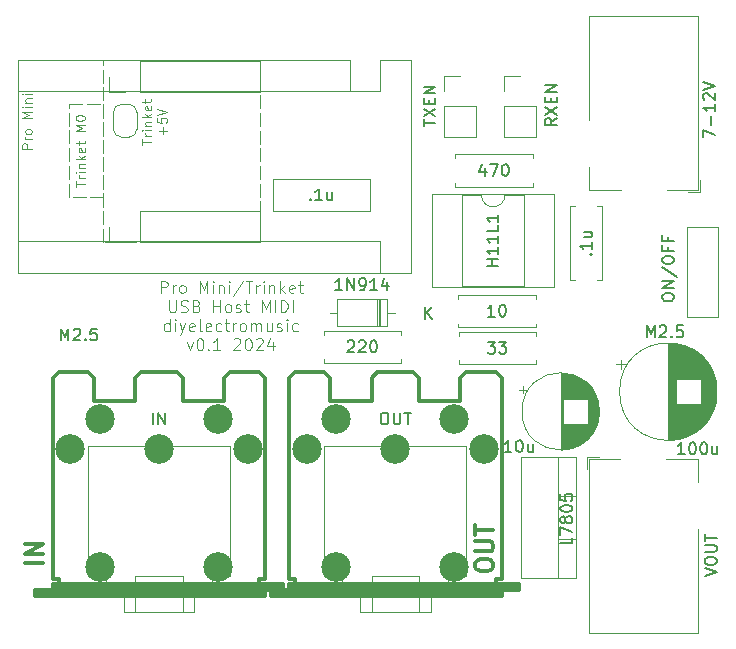
<source format=gbr>
%TF.GenerationSoftware,KiCad,Pcbnew,8.0.3*%
%TF.CreationDate,2024-07-08T19:30:15+01:00*%
%TF.ProjectId,ArduinoProMiniMIDIUSBHost,41726475-696e-46f5-9072-6f4d696e694d,rev?*%
%TF.SameCoordinates,Original*%
%TF.FileFunction,Legend,Top*%
%TF.FilePolarity,Positive*%
%FSLAX46Y46*%
G04 Gerber Fmt 4.6, Leading zero omitted, Abs format (unit mm)*
G04 Created by KiCad (PCBNEW 8.0.3) date 2024-07-08 19:30:15*
%MOMM*%
%LPD*%
G01*
G04 APERTURE LIST*
%ADD10C,0.080000*%
%ADD11C,0.100000*%
%ADD12C,0.150000*%
%ADD13C,0.304800*%
%ADD14C,0.120000*%
%ADD15C,2.499360*%
G04 APERTURE END LIST*
D10*
X110559980Y-57273809D02*
X110559980Y-56816666D01*
X111359980Y-57045238D02*
X110559980Y-57045238D01*
X111359980Y-56549999D02*
X110826646Y-56549999D01*
X110979027Y-56549999D02*
X110902837Y-56511904D01*
X110902837Y-56511904D02*
X110864742Y-56473809D01*
X110864742Y-56473809D02*
X110826646Y-56397618D01*
X110826646Y-56397618D02*
X110826646Y-56321428D01*
X111359980Y-56054761D02*
X110826646Y-56054761D01*
X110559980Y-56054761D02*
X110598075Y-56092857D01*
X110598075Y-56092857D02*
X110636170Y-56054761D01*
X110636170Y-56054761D02*
X110598075Y-56016666D01*
X110598075Y-56016666D02*
X110559980Y-56054761D01*
X110559980Y-56054761D02*
X110636170Y-56054761D01*
X110826646Y-55673809D02*
X111359980Y-55673809D01*
X110902837Y-55673809D02*
X110864742Y-55635714D01*
X110864742Y-55635714D02*
X110826646Y-55559524D01*
X110826646Y-55559524D02*
X110826646Y-55445238D01*
X110826646Y-55445238D02*
X110864742Y-55369047D01*
X110864742Y-55369047D02*
X110940932Y-55330952D01*
X110940932Y-55330952D02*
X111359980Y-55330952D01*
X111359980Y-54949999D02*
X110559980Y-54949999D01*
X111055218Y-54873809D02*
X111359980Y-54645237D01*
X110826646Y-54645237D02*
X111131408Y-54949999D01*
X111321885Y-53997618D02*
X111359980Y-54073809D01*
X111359980Y-54073809D02*
X111359980Y-54226190D01*
X111359980Y-54226190D02*
X111321885Y-54302380D01*
X111321885Y-54302380D02*
X111245694Y-54340476D01*
X111245694Y-54340476D02*
X110940932Y-54340476D01*
X110940932Y-54340476D02*
X110864742Y-54302380D01*
X110864742Y-54302380D02*
X110826646Y-54226190D01*
X110826646Y-54226190D02*
X110826646Y-54073809D01*
X110826646Y-54073809D02*
X110864742Y-53997618D01*
X110864742Y-53997618D02*
X110940932Y-53959523D01*
X110940932Y-53959523D02*
X111017123Y-53959523D01*
X111017123Y-53959523D02*
X111093313Y-54340476D01*
X110826646Y-53730952D02*
X110826646Y-53426190D01*
X110559980Y-53616666D02*
X111245694Y-53616666D01*
X111245694Y-53616666D02*
X111321885Y-53578571D01*
X111321885Y-53578571D02*
X111359980Y-53502381D01*
X111359980Y-53502381D02*
X111359980Y-53426190D01*
X112343173Y-56378570D02*
X112343173Y-55769047D01*
X112647935Y-56073808D02*
X112038411Y-56073808D01*
X111847935Y-55007142D02*
X111847935Y-55388094D01*
X111847935Y-55388094D02*
X112228887Y-55426190D01*
X112228887Y-55426190D02*
X112190792Y-55388094D01*
X112190792Y-55388094D02*
X112152697Y-55311904D01*
X112152697Y-55311904D02*
X112152697Y-55121428D01*
X112152697Y-55121428D02*
X112190792Y-55045237D01*
X112190792Y-55045237D02*
X112228887Y-55007142D01*
X112228887Y-55007142D02*
X112305078Y-54969047D01*
X112305078Y-54969047D02*
X112495554Y-54969047D01*
X112495554Y-54969047D02*
X112571744Y-55007142D01*
X112571744Y-55007142D02*
X112609840Y-55045237D01*
X112609840Y-55045237D02*
X112647935Y-55121428D01*
X112647935Y-55121428D02*
X112647935Y-55311904D01*
X112647935Y-55311904D02*
X112609840Y-55388094D01*
X112609840Y-55388094D02*
X112571744Y-55426190D01*
X111847935Y-54740475D02*
X112647935Y-54473808D01*
X112647935Y-54473808D02*
X111847935Y-54207142D01*
D11*
X107300000Y-50070000D02*
X108400000Y-50070000D01*
X108800000Y-50070000D02*
X109900000Y-50070000D01*
X110300000Y-50070000D02*
X111400000Y-50070000D01*
X111800000Y-50070000D02*
X112900000Y-50070000D01*
X113300000Y-50070000D02*
X114400000Y-50070000D01*
X114800000Y-50070000D02*
X115900000Y-50070000D01*
X116300000Y-50070000D02*
X117400000Y-50070000D01*
X117800000Y-50070000D02*
X118900000Y-50070000D01*
X119300000Y-50070000D02*
X120400000Y-50070000D01*
X120550000Y-50070000D02*
X120550000Y-51170000D01*
X120550000Y-51570000D02*
X120550000Y-52670000D01*
X120550000Y-53070000D02*
X120550000Y-54170000D01*
X120550000Y-54570000D02*
X120550000Y-55670000D01*
X120550000Y-56070000D02*
X120550000Y-57170000D01*
X120550000Y-57570000D02*
X120550000Y-58670000D01*
X120550000Y-59070000D02*
X120550000Y-60170000D01*
X120550000Y-60570000D02*
X120550000Y-61670000D01*
X120550000Y-62070000D02*
X120550000Y-63170000D01*
X120550000Y-63570000D02*
X120550000Y-64670000D01*
X120550000Y-65070000D02*
X120550000Y-65510000D01*
X120550000Y-65510000D02*
X119450000Y-65510000D01*
X119050000Y-65510000D02*
X117950000Y-65510000D01*
X117550000Y-65510000D02*
X116450000Y-65510000D01*
X116050000Y-65510000D02*
X114950000Y-65510000D01*
X114550000Y-65510000D02*
X113450000Y-65510000D01*
X113050000Y-65510000D02*
X111950000Y-65510000D01*
X111550000Y-65510000D02*
X110450000Y-65510000D01*
X110050000Y-65510000D02*
X108950000Y-65510000D01*
X108550000Y-65510000D02*
X107450000Y-65510000D01*
X107300000Y-65510000D02*
X107300000Y-64410000D01*
X107300000Y-64010000D02*
X107300000Y-62910000D01*
X107300000Y-62510000D02*
X107300000Y-61410000D01*
X107300000Y-61010000D02*
X107300000Y-59910000D01*
X107300000Y-59510000D02*
X107300000Y-58410000D01*
X107300000Y-58010000D02*
X107300000Y-56910000D01*
X107300000Y-56510000D02*
X107300000Y-55410000D01*
X107300000Y-55010000D02*
X107300000Y-53910000D01*
X107300000Y-53510000D02*
X107300000Y-52410000D01*
X107300000Y-52010000D02*
X107300000Y-50910000D01*
X107300000Y-50510000D02*
X107300000Y-50070000D01*
X104390000Y-53850000D02*
X105490000Y-53850000D01*
X105890000Y-53850000D02*
X106990000Y-53850000D01*
X107300000Y-53850000D02*
X107300000Y-54950000D01*
X107300000Y-55350000D02*
X107300000Y-56450000D01*
X107300000Y-56850000D02*
X107300000Y-57950000D01*
X107300000Y-58350000D02*
X107300000Y-59450000D01*
X107300000Y-59850000D02*
X107300000Y-60950000D01*
X107300000Y-61350000D02*
X107300000Y-61660000D01*
X107300000Y-61660000D02*
X106200000Y-61660000D01*
X105800000Y-61660000D02*
X104700000Y-61660000D01*
X104390000Y-61660000D02*
X104390000Y-60560000D01*
X104390000Y-60160000D02*
X104390000Y-59060000D01*
X104390000Y-58660000D02*
X104390000Y-57560000D01*
X104390000Y-57160000D02*
X104390000Y-56060000D01*
X104390000Y-55660000D02*
X104390000Y-54560000D01*
X104390000Y-54160000D02*
X104390000Y-53850000D01*
X101216895Y-57623734D02*
X100416895Y-57623734D01*
X100416895Y-57623734D02*
X100416895Y-57318972D01*
X100416895Y-57318972D02*
X100454990Y-57242782D01*
X100454990Y-57242782D02*
X100493085Y-57204687D01*
X100493085Y-57204687D02*
X100569276Y-57166591D01*
X100569276Y-57166591D02*
X100683561Y-57166591D01*
X100683561Y-57166591D02*
X100759752Y-57204687D01*
X100759752Y-57204687D02*
X100797847Y-57242782D01*
X100797847Y-57242782D02*
X100835942Y-57318972D01*
X100835942Y-57318972D02*
X100835942Y-57623734D01*
X101216895Y-56823734D02*
X100683561Y-56823734D01*
X100835942Y-56823734D02*
X100759752Y-56785639D01*
X100759752Y-56785639D02*
X100721657Y-56747544D01*
X100721657Y-56747544D02*
X100683561Y-56671353D01*
X100683561Y-56671353D02*
X100683561Y-56595163D01*
X101216895Y-56214211D02*
X101178800Y-56290401D01*
X101178800Y-56290401D02*
X101140704Y-56328496D01*
X101140704Y-56328496D02*
X101064514Y-56366592D01*
X101064514Y-56366592D02*
X100835942Y-56366592D01*
X100835942Y-56366592D02*
X100759752Y-56328496D01*
X100759752Y-56328496D02*
X100721657Y-56290401D01*
X100721657Y-56290401D02*
X100683561Y-56214211D01*
X100683561Y-56214211D02*
X100683561Y-56099925D01*
X100683561Y-56099925D02*
X100721657Y-56023734D01*
X100721657Y-56023734D02*
X100759752Y-55985639D01*
X100759752Y-55985639D02*
X100835942Y-55947544D01*
X100835942Y-55947544D02*
X101064514Y-55947544D01*
X101064514Y-55947544D02*
X101140704Y-55985639D01*
X101140704Y-55985639D02*
X101178800Y-56023734D01*
X101178800Y-56023734D02*
X101216895Y-56099925D01*
X101216895Y-56099925D02*
X101216895Y-56214211D01*
X101216895Y-54995162D02*
X100416895Y-54995162D01*
X100416895Y-54995162D02*
X100988323Y-54728496D01*
X100988323Y-54728496D02*
X100416895Y-54461829D01*
X100416895Y-54461829D02*
X101216895Y-54461829D01*
X101216895Y-54080876D02*
X100683561Y-54080876D01*
X100416895Y-54080876D02*
X100454990Y-54118972D01*
X100454990Y-54118972D02*
X100493085Y-54080876D01*
X100493085Y-54080876D02*
X100454990Y-54042781D01*
X100454990Y-54042781D02*
X100416895Y-54080876D01*
X100416895Y-54080876D02*
X100493085Y-54080876D01*
X100683561Y-53699924D02*
X101216895Y-53699924D01*
X100759752Y-53699924D02*
X100721657Y-53661829D01*
X100721657Y-53661829D02*
X100683561Y-53585639D01*
X100683561Y-53585639D02*
X100683561Y-53471353D01*
X100683561Y-53471353D02*
X100721657Y-53395162D01*
X100721657Y-53395162D02*
X100797847Y-53357067D01*
X100797847Y-53357067D02*
X101216895Y-53357067D01*
X101216895Y-52976114D02*
X100683561Y-52976114D01*
X100416895Y-52976114D02*
X100454990Y-53014210D01*
X100454990Y-53014210D02*
X100493085Y-52976114D01*
X100493085Y-52976114D02*
X100454990Y-52938019D01*
X100454990Y-52938019D02*
X100416895Y-52976114D01*
X100416895Y-52976114D02*
X100493085Y-52976114D01*
D12*
X158209819Y-93796077D02*
X159209819Y-93462744D01*
X159209819Y-93462744D02*
X158209819Y-93129411D01*
X158209819Y-92605601D02*
X158209819Y-92415125D01*
X158209819Y-92415125D02*
X158257438Y-92319887D01*
X158257438Y-92319887D02*
X158352676Y-92224649D01*
X158352676Y-92224649D02*
X158543152Y-92177030D01*
X158543152Y-92177030D02*
X158876485Y-92177030D01*
X158876485Y-92177030D02*
X159066961Y-92224649D01*
X159066961Y-92224649D02*
X159162200Y-92319887D01*
X159162200Y-92319887D02*
X159209819Y-92415125D01*
X159209819Y-92415125D02*
X159209819Y-92605601D01*
X159209819Y-92605601D02*
X159162200Y-92700839D01*
X159162200Y-92700839D02*
X159066961Y-92796077D01*
X159066961Y-92796077D02*
X158876485Y-92843696D01*
X158876485Y-92843696D02*
X158543152Y-92843696D01*
X158543152Y-92843696D02*
X158352676Y-92796077D01*
X158352676Y-92796077D02*
X158257438Y-92700839D01*
X158257438Y-92700839D02*
X158209819Y-92605601D01*
X158209819Y-91748458D02*
X159019342Y-91748458D01*
X159019342Y-91748458D02*
X159114580Y-91700839D01*
X159114580Y-91700839D02*
X159162200Y-91653220D01*
X159162200Y-91653220D02*
X159209819Y-91557982D01*
X159209819Y-91557982D02*
X159209819Y-91367506D01*
X159209819Y-91367506D02*
X159162200Y-91272268D01*
X159162200Y-91272268D02*
X159114580Y-91224649D01*
X159114580Y-91224649D02*
X159019342Y-91177030D01*
X159019342Y-91177030D02*
X158209819Y-91177030D01*
X158209819Y-90843696D02*
X158209819Y-90272268D01*
X159209819Y-90557982D02*
X158209819Y-90557982D01*
D11*
X104936895Y-60826666D02*
X104936895Y-60369523D01*
X105736895Y-60598095D02*
X104936895Y-60598095D01*
X105736895Y-60102856D02*
X105203561Y-60102856D01*
X105355942Y-60102856D02*
X105279752Y-60064761D01*
X105279752Y-60064761D02*
X105241657Y-60026666D01*
X105241657Y-60026666D02*
X105203561Y-59950475D01*
X105203561Y-59950475D02*
X105203561Y-59874285D01*
X105736895Y-59607618D02*
X105203561Y-59607618D01*
X104936895Y-59607618D02*
X104974990Y-59645714D01*
X104974990Y-59645714D02*
X105013085Y-59607618D01*
X105013085Y-59607618D02*
X104974990Y-59569523D01*
X104974990Y-59569523D02*
X104936895Y-59607618D01*
X104936895Y-59607618D02*
X105013085Y-59607618D01*
X105203561Y-59226666D02*
X105736895Y-59226666D01*
X105279752Y-59226666D02*
X105241657Y-59188571D01*
X105241657Y-59188571D02*
X105203561Y-59112381D01*
X105203561Y-59112381D02*
X105203561Y-58998095D01*
X105203561Y-58998095D02*
X105241657Y-58921904D01*
X105241657Y-58921904D02*
X105317847Y-58883809D01*
X105317847Y-58883809D02*
X105736895Y-58883809D01*
X105736895Y-58502856D02*
X104936895Y-58502856D01*
X105432133Y-58426666D02*
X105736895Y-58198094D01*
X105203561Y-58198094D02*
X105508323Y-58502856D01*
X105698800Y-57550475D02*
X105736895Y-57626666D01*
X105736895Y-57626666D02*
X105736895Y-57779047D01*
X105736895Y-57779047D02*
X105698800Y-57855237D01*
X105698800Y-57855237D02*
X105622609Y-57893333D01*
X105622609Y-57893333D02*
X105317847Y-57893333D01*
X105317847Y-57893333D02*
X105241657Y-57855237D01*
X105241657Y-57855237D02*
X105203561Y-57779047D01*
X105203561Y-57779047D02*
X105203561Y-57626666D01*
X105203561Y-57626666D02*
X105241657Y-57550475D01*
X105241657Y-57550475D02*
X105317847Y-57512380D01*
X105317847Y-57512380D02*
X105394038Y-57512380D01*
X105394038Y-57512380D02*
X105470228Y-57893333D01*
X105203561Y-57283809D02*
X105203561Y-56979047D01*
X104936895Y-57169523D02*
X105622609Y-57169523D01*
X105622609Y-57169523D02*
X105698800Y-57131428D01*
X105698800Y-57131428D02*
X105736895Y-57055238D01*
X105736895Y-57055238D02*
X105736895Y-56979047D01*
X105736895Y-56102856D02*
X104936895Y-56102856D01*
X104936895Y-56102856D02*
X105508323Y-55836190D01*
X105508323Y-55836190D02*
X104936895Y-55569523D01*
X104936895Y-55569523D02*
X105736895Y-55569523D01*
X104936895Y-55036189D02*
X104936895Y-54959999D01*
X104936895Y-54959999D02*
X104974990Y-54883808D01*
X104974990Y-54883808D02*
X105013085Y-54845713D01*
X105013085Y-54845713D02*
X105089276Y-54807618D01*
X105089276Y-54807618D02*
X105241657Y-54769523D01*
X105241657Y-54769523D02*
X105432133Y-54769523D01*
X105432133Y-54769523D02*
X105584514Y-54807618D01*
X105584514Y-54807618D02*
X105660704Y-54845713D01*
X105660704Y-54845713D02*
X105698800Y-54883808D01*
X105698800Y-54883808D02*
X105736895Y-54959999D01*
X105736895Y-54959999D02*
X105736895Y-55036189D01*
X105736895Y-55036189D02*
X105698800Y-55112380D01*
X105698800Y-55112380D02*
X105660704Y-55150475D01*
X105660704Y-55150475D02*
X105584514Y-55188570D01*
X105584514Y-55188570D02*
X105432133Y-55226666D01*
X105432133Y-55226666D02*
X105241657Y-55226666D01*
X105241657Y-55226666D02*
X105089276Y-55188570D01*
X105089276Y-55188570D02*
X105013085Y-55150475D01*
X105013085Y-55150475D02*
X104974990Y-55112380D01*
X104974990Y-55112380D02*
X104936895Y-55036189D01*
X112151428Y-69832587D02*
X112151428Y-68832587D01*
X112151428Y-68832587D02*
X112532380Y-68832587D01*
X112532380Y-68832587D02*
X112627618Y-68880206D01*
X112627618Y-68880206D02*
X112675237Y-68927825D01*
X112675237Y-68927825D02*
X112722856Y-69023063D01*
X112722856Y-69023063D02*
X112722856Y-69165920D01*
X112722856Y-69165920D02*
X112675237Y-69261158D01*
X112675237Y-69261158D02*
X112627618Y-69308777D01*
X112627618Y-69308777D02*
X112532380Y-69356396D01*
X112532380Y-69356396D02*
X112151428Y-69356396D01*
X113151428Y-69832587D02*
X113151428Y-69165920D01*
X113151428Y-69356396D02*
X113199047Y-69261158D01*
X113199047Y-69261158D02*
X113246666Y-69213539D01*
X113246666Y-69213539D02*
X113341904Y-69165920D01*
X113341904Y-69165920D02*
X113437142Y-69165920D01*
X113913333Y-69832587D02*
X113818095Y-69784968D01*
X113818095Y-69784968D02*
X113770476Y-69737348D01*
X113770476Y-69737348D02*
X113722857Y-69642110D01*
X113722857Y-69642110D02*
X113722857Y-69356396D01*
X113722857Y-69356396D02*
X113770476Y-69261158D01*
X113770476Y-69261158D02*
X113818095Y-69213539D01*
X113818095Y-69213539D02*
X113913333Y-69165920D01*
X113913333Y-69165920D02*
X114056190Y-69165920D01*
X114056190Y-69165920D02*
X114151428Y-69213539D01*
X114151428Y-69213539D02*
X114199047Y-69261158D01*
X114199047Y-69261158D02*
X114246666Y-69356396D01*
X114246666Y-69356396D02*
X114246666Y-69642110D01*
X114246666Y-69642110D02*
X114199047Y-69737348D01*
X114199047Y-69737348D02*
X114151428Y-69784968D01*
X114151428Y-69784968D02*
X114056190Y-69832587D01*
X114056190Y-69832587D02*
X113913333Y-69832587D01*
X115437143Y-69832587D02*
X115437143Y-68832587D01*
X115437143Y-68832587D02*
X115770476Y-69546872D01*
X115770476Y-69546872D02*
X116103809Y-68832587D01*
X116103809Y-68832587D02*
X116103809Y-69832587D01*
X116580000Y-69832587D02*
X116580000Y-69165920D01*
X116580000Y-68832587D02*
X116532381Y-68880206D01*
X116532381Y-68880206D02*
X116580000Y-68927825D01*
X116580000Y-68927825D02*
X116627619Y-68880206D01*
X116627619Y-68880206D02*
X116580000Y-68832587D01*
X116580000Y-68832587D02*
X116580000Y-68927825D01*
X117056190Y-69165920D02*
X117056190Y-69832587D01*
X117056190Y-69261158D02*
X117103809Y-69213539D01*
X117103809Y-69213539D02*
X117199047Y-69165920D01*
X117199047Y-69165920D02*
X117341904Y-69165920D01*
X117341904Y-69165920D02*
X117437142Y-69213539D01*
X117437142Y-69213539D02*
X117484761Y-69308777D01*
X117484761Y-69308777D02*
X117484761Y-69832587D01*
X117960952Y-69832587D02*
X117960952Y-69165920D01*
X117960952Y-68832587D02*
X117913333Y-68880206D01*
X117913333Y-68880206D02*
X117960952Y-68927825D01*
X117960952Y-68927825D02*
X118008571Y-68880206D01*
X118008571Y-68880206D02*
X117960952Y-68832587D01*
X117960952Y-68832587D02*
X117960952Y-68927825D01*
X119151427Y-68784968D02*
X118294285Y-70070682D01*
X119341904Y-68832587D02*
X119913332Y-68832587D01*
X119627618Y-69832587D02*
X119627618Y-68832587D01*
X120246666Y-69832587D02*
X120246666Y-69165920D01*
X120246666Y-69356396D02*
X120294285Y-69261158D01*
X120294285Y-69261158D02*
X120341904Y-69213539D01*
X120341904Y-69213539D02*
X120437142Y-69165920D01*
X120437142Y-69165920D02*
X120532380Y-69165920D01*
X120865714Y-69832587D02*
X120865714Y-69165920D01*
X120865714Y-68832587D02*
X120818095Y-68880206D01*
X120818095Y-68880206D02*
X120865714Y-68927825D01*
X120865714Y-68927825D02*
X120913333Y-68880206D01*
X120913333Y-68880206D02*
X120865714Y-68832587D01*
X120865714Y-68832587D02*
X120865714Y-68927825D01*
X121341904Y-69165920D02*
X121341904Y-69832587D01*
X121341904Y-69261158D02*
X121389523Y-69213539D01*
X121389523Y-69213539D02*
X121484761Y-69165920D01*
X121484761Y-69165920D02*
X121627618Y-69165920D01*
X121627618Y-69165920D02*
X121722856Y-69213539D01*
X121722856Y-69213539D02*
X121770475Y-69308777D01*
X121770475Y-69308777D02*
X121770475Y-69832587D01*
X122246666Y-69832587D02*
X122246666Y-68832587D01*
X122341904Y-69451634D02*
X122627618Y-69832587D01*
X122627618Y-69165920D02*
X122246666Y-69546872D01*
X123437142Y-69784968D02*
X123341904Y-69832587D01*
X123341904Y-69832587D02*
X123151428Y-69832587D01*
X123151428Y-69832587D02*
X123056190Y-69784968D01*
X123056190Y-69784968D02*
X123008571Y-69689729D01*
X123008571Y-69689729D02*
X123008571Y-69308777D01*
X123008571Y-69308777D02*
X123056190Y-69213539D01*
X123056190Y-69213539D02*
X123151428Y-69165920D01*
X123151428Y-69165920D02*
X123341904Y-69165920D01*
X123341904Y-69165920D02*
X123437142Y-69213539D01*
X123437142Y-69213539D02*
X123484761Y-69308777D01*
X123484761Y-69308777D02*
X123484761Y-69404015D01*
X123484761Y-69404015D02*
X123008571Y-69499253D01*
X123770476Y-69165920D02*
X124151428Y-69165920D01*
X123913333Y-68832587D02*
X123913333Y-69689729D01*
X123913333Y-69689729D02*
X123960952Y-69784968D01*
X123960952Y-69784968D02*
X124056190Y-69832587D01*
X124056190Y-69832587D02*
X124151428Y-69832587D01*
X112841905Y-70442531D02*
X112841905Y-71252054D01*
X112841905Y-71252054D02*
X112889524Y-71347292D01*
X112889524Y-71347292D02*
X112937143Y-71394912D01*
X112937143Y-71394912D02*
X113032381Y-71442531D01*
X113032381Y-71442531D02*
X113222857Y-71442531D01*
X113222857Y-71442531D02*
X113318095Y-71394912D01*
X113318095Y-71394912D02*
X113365714Y-71347292D01*
X113365714Y-71347292D02*
X113413333Y-71252054D01*
X113413333Y-71252054D02*
X113413333Y-70442531D01*
X113841905Y-71394912D02*
X113984762Y-71442531D01*
X113984762Y-71442531D02*
X114222857Y-71442531D01*
X114222857Y-71442531D02*
X114318095Y-71394912D01*
X114318095Y-71394912D02*
X114365714Y-71347292D01*
X114365714Y-71347292D02*
X114413333Y-71252054D01*
X114413333Y-71252054D02*
X114413333Y-71156816D01*
X114413333Y-71156816D02*
X114365714Y-71061578D01*
X114365714Y-71061578D02*
X114318095Y-71013959D01*
X114318095Y-71013959D02*
X114222857Y-70966340D01*
X114222857Y-70966340D02*
X114032381Y-70918721D01*
X114032381Y-70918721D02*
X113937143Y-70871102D01*
X113937143Y-70871102D02*
X113889524Y-70823483D01*
X113889524Y-70823483D02*
X113841905Y-70728245D01*
X113841905Y-70728245D02*
X113841905Y-70633007D01*
X113841905Y-70633007D02*
X113889524Y-70537769D01*
X113889524Y-70537769D02*
X113937143Y-70490150D01*
X113937143Y-70490150D02*
X114032381Y-70442531D01*
X114032381Y-70442531D02*
X114270476Y-70442531D01*
X114270476Y-70442531D02*
X114413333Y-70490150D01*
X115175238Y-70918721D02*
X115318095Y-70966340D01*
X115318095Y-70966340D02*
X115365714Y-71013959D01*
X115365714Y-71013959D02*
X115413333Y-71109197D01*
X115413333Y-71109197D02*
X115413333Y-71252054D01*
X115413333Y-71252054D02*
X115365714Y-71347292D01*
X115365714Y-71347292D02*
X115318095Y-71394912D01*
X115318095Y-71394912D02*
X115222857Y-71442531D01*
X115222857Y-71442531D02*
X114841905Y-71442531D01*
X114841905Y-71442531D02*
X114841905Y-70442531D01*
X114841905Y-70442531D02*
X115175238Y-70442531D01*
X115175238Y-70442531D02*
X115270476Y-70490150D01*
X115270476Y-70490150D02*
X115318095Y-70537769D01*
X115318095Y-70537769D02*
X115365714Y-70633007D01*
X115365714Y-70633007D02*
X115365714Y-70728245D01*
X115365714Y-70728245D02*
X115318095Y-70823483D01*
X115318095Y-70823483D02*
X115270476Y-70871102D01*
X115270476Y-70871102D02*
X115175238Y-70918721D01*
X115175238Y-70918721D02*
X114841905Y-70918721D01*
X116603810Y-71442531D02*
X116603810Y-70442531D01*
X116603810Y-70918721D02*
X117175238Y-70918721D01*
X117175238Y-71442531D02*
X117175238Y-70442531D01*
X117794286Y-71442531D02*
X117699048Y-71394912D01*
X117699048Y-71394912D02*
X117651429Y-71347292D01*
X117651429Y-71347292D02*
X117603810Y-71252054D01*
X117603810Y-71252054D02*
X117603810Y-70966340D01*
X117603810Y-70966340D02*
X117651429Y-70871102D01*
X117651429Y-70871102D02*
X117699048Y-70823483D01*
X117699048Y-70823483D02*
X117794286Y-70775864D01*
X117794286Y-70775864D02*
X117937143Y-70775864D01*
X117937143Y-70775864D02*
X118032381Y-70823483D01*
X118032381Y-70823483D02*
X118080000Y-70871102D01*
X118080000Y-70871102D02*
X118127619Y-70966340D01*
X118127619Y-70966340D02*
X118127619Y-71252054D01*
X118127619Y-71252054D02*
X118080000Y-71347292D01*
X118080000Y-71347292D02*
X118032381Y-71394912D01*
X118032381Y-71394912D02*
X117937143Y-71442531D01*
X117937143Y-71442531D02*
X117794286Y-71442531D01*
X118508572Y-71394912D02*
X118603810Y-71442531D01*
X118603810Y-71442531D02*
X118794286Y-71442531D01*
X118794286Y-71442531D02*
X118889524Y-71394912D01*
X118889524Y-71394912D02*
X118937143Y-71299673D01*
X118937143Y-71299673D02*
X118937143Y-71252054D01*
X118937143Y-71252054D02*
X118889524Y-71156816D01*
X118889524Y-71156816D02*
X118794286Y-71109197D01*
X118794286Y-71109197D02*
X118651429Y-71109197D01*
X118651429Y-71109197D02*
X118556191Y-71061578D01*
X118556191Y-71061578D02*
X118508572Y-70966340D01*
X118508572Y-70966340D02*
X118508572Y-70918721D01*
X118508572Y-70918721D02*
X118556191Y-70823483D01*
X118556191Y-70823483D02*
X118651429Y-70775864D01*
X118651429Y-70775864D02*
X118794286Y-70775864D01*
X118794286Y-70775864D02*
X118889524Y-70823483D01*
X119222858Y-70775864D02*
X119603810Y-70775864D01*
X119365715Y-70442531D02*
X119365715Y-71299673D01*
X119365715Y-71299673D02*
X119413334Y-71394912D01*
X119413334Y-71394912D02*
X119508572Y-71442531D01*
X119508572Y-71442531D02*
X119603810Y-71442531D01*
X120699049Y-71442531D02*
X120699049Y-70442531D01*
X120699049Y-70442531D02*
X121032382Y-71156816D01*
X121032382Y-71156816D02*
X121365715Y-70442531D01*
X121365715Y-70442531D02*
X121365715Y-71442531D01*
X121841906Y-71442531D02*
X121841906Y-70442531D01*
X122318096Y-71442531D02*
X122318096Y-70442531D01*
X122318096Y-70442531D02*
X122556191Y-70442531D01*
X122556191Y-70442531D02*
X122699048Y-70490150D01*
X122699048Y-70490150D02*
X122794286Y-70585388D01*
X122794286Y-70585388D02*
X122841905Y-70680626D01*
X122841905Y-70680626D02*
X122889524Y-70871102D01*
X122889524Y-70871102D02*
X122889524Y-71013959D01*
X122889524Y-71013959D02*
X122841905Y-71204435D01*
X122841905Y-71204435D02*
X122794286Y-71299673D01*
X122794286Y-71299673D02*
X122699048Y-71394912D01*
X122699048Y-71394912D02*
X122556191Y-71442531D01*
X122556191Y-71442531D02*
X122318096Y-71442531D01*
X123318096Y-71442531D02*
X123318096Y-70442531D01*
X112889523Y-73052475D02*
X112889523Y-72052475D01*
X112889523Y-73004856D02*
X112794285Y-73052475D01*
X112794285Y-73052475D02*
X112603809Y-73052475D01*
X112603809Y-73052475D02*
X112508571Y-73004856D01*
X112508571Y-73004856D02*
X112460952Y-72957236D01*
X112460952Y-72957236D02*
X112413333Y-72861998D01*
X112413333Y-72861998D02*
X112413333Y-72576284D01*
X112413333Y-72576284D02*
X112460952Y-72481046D01*
X112460952Y-72481046D02*
X112508571Y-72433427D01*
X112508571Y-72433427D02*
X112603809Y-72385808D01*
X112603809Y-72385808D02*
X112794285Y-72385808D01*
X112794285Y-72385808D02*
X112889523Y-72433427D01*
X113365714Y-73052475D02*
X113365714Y-72385808D01*
X113365714Y-72052475D02*
X113318095Y-72100094D01*
X113318095Y-72100094D02*
X113365714Y-72147713D01*
X113365714Y-72147713D02*
X113413333Y-72100094D01*
X113413333Y-72100094D02*
X113365714Y-72052475D01*
X113365714Y-72052475D02*
X113365714Y-72147713D01*
X113746666Y-72385808D02*
X113984761Y-73052475D01*
X114222856Y-72385808D02*
X113984761Y-73052475D01*
X113984761Y-73052475D02*
X113889523Y-73290570D01*
X113889523Y-73290570D02*
X113841904Y-73338189D01*
X113841904Y-73338189D02*
X113746666Y-73385808D01*
X114984761Y-73004856D02*
X114889523Y-73052475D01*
X114889523Y-73052475D02*
X114699047Y-73052475D01*
X114699047Y-73052475D02*
X114603809Y-73004856D01*
X114603809Y-73004856D02*
X114556190Y-72909617D01*
X114556190Y-72909617D02*
X114556190Y-72528665D01*
X114556190Y-72528665D02*
X114603809Y-72433427D01*
X114603809Y-72433427D02*
X114699047Y-72385808D01*
X114699047Y-72385808D02*
X114889523Y-72385808D01*
X114889523Y-72385808D02*
X114984761Y-72433427D01*
X114984761Y-72433427D02*
X115032380Y-72528665D01*
X115032380Y-72528665D02*
X115032380Y-72623903D01*
X115032380Y-72623903D02*
X114556190Y-72719141D01*
X115603809Y-73052475D02*
X115508571Y-73004856D01*
X115508571Y-73004856D02*
X115460952Y-72909617D01*
X115460952Y-72909617D02*
X115460952Y-72052475D01*
X116365714Y-73004856D02*
X116270476Y-73052475D01*
X116270476Y-73052475D02*
X116080000Y-73052475D01*
X116080000Y-73052475D02*
X115984762Y-73004856D01*
X115984762Y-73004856D02*
X115937143Y-72909617D01*
X115937143Y-72909617D02*
X115937143Y-72528665D01*
X115937143Y-72528665D02*
X115984762Y-72433427D01*
X115984762Y-72433427D02*
X116080000Y-72385808D01*
X116080000Y-72385808D02*
X116270476Y-72385808D01*
X116270476Y-72385808D02*
X116365714Y-72433427D01*
X116365714Y-72433427D02*
X116413333Y-72528665D01*
X116413333Y-72528665D02*
X116413333Y-72623903D01*
X116413333Y-72623903D02*
X115937143Y-72719141D01*
X117270476Y-73004856D02*
X117175238Y-73052475D01*
X117175238Y-73052475D02*
X116984762Y-73052475D01*
X116984762Y-73052475D02*
X116889524Y-73004856D01*
X116889524Y-73004856D02*
X116841905Y-72957236D01*
X116841905Y-72957236D02*
X116794286Y-72861998D01*
X116794286Y-72861998D02*
X116794286Y-72576284D01*
X116794286Y-72576284D02*
X116841905Y-72481046D01*
X116841905Y-72481046D02*
X116889524Y-72433427D01*
X116889524Y-72433427D02*
X116984762Y-72385808D01*
X116984762Y-72385808D02*
X117175238Y-72385808D01*
X117175238Y-72385808D02*
X117270476Y-72433427D01*
X117556191Y-72385808D02*
X117937143Y-72385808D01*
X117699048Y-72052475D02*
X117699048Y-72909617D01*
X117699048Y-72909617D02*
X117746667Y-73004856D01*
X117746667Y-73004856D02*
X117841905Y-73052475D01*
X117841905Y-73052475D02*
X117937143Y-73052475D01*
X118270477Y-73052475D02*
X118270477Y-72385808D01*
X118270477Y-72576284D02*
X118318096Y-72481046D01*
X118318096Y-72481046D02*
X118365715Y-72433427D01*
X118365715Y-72433427D02*
X118460953Y-72385808D01*
X118460953Y-72385808D02*
X118556191Y-72385808D01*
X119032382Y-73052475D02*
X118937144Y-73004856D01*
X118937144Y-73004856D02*
X118889525Y-72957236D01*
X118889525Y-72957236D02*
X118841906Y-72861998D01*
X118841906Y-72861998D02*
X118841906Y-72576284D01*
X118841906Y-72576284D02*
X118889525Y-72481046D01*
X118889525Y-72481046D02*
X118937144Y-72433427D01*
X118937144Y-72433427D02*
X119032382Y-72385808D01*
X119032382Y-72385808D02*
X119175239Y-72385808D01*
X119175239Y-72385808D02*
X119270477Y-72433427D01*
X119270477Y-72433427D02*
X119318096Y-72481046D01*
X119318096Y-72481046D02*
X119365715Y-72576284D01*
X119365715Y-72576284D02*
X119365715Y-72861998D01*
X119365715Y-72861998D02*
X119318096Y-72957236D01*
X119318096Y-72957236D02*
X119270477Y-73004856D01*
X119270477Y-73004856D02*
X119175239Y-73052475D01*
X119175239Y-73052475D02*
X119032382Y-73052475D01*
X119794287Y-73052475D02*
X119794287Y-72385808D01*
X119794287Y-72481046D02*
X119841906Y-72433427D01*
X119841906Y-72433427D02*
X119937144Y-72385808D01*
X119937144Y-72385808D02*
X120080001Y-72385808D01*
X120080001Y-72385808D02*
X120175239Y-72433427D01*
X120175239Y-72433427D02*
X120222858Y-72528665D01*
X120222858Y-72528665D02*
X120222858Y-73052475D01*
X120222858Y-72528665D02*
X120270477Y-72433427D01*
X120270477Y-72433427D02*
X120365715Y-72385808D01*
X120365715Y-72385808D02*
X120508572Y-72385808D01*
X120508572Y-72385808D02*
X120603811Y-72433427D01*
X120603811Y-72433427D02*
X120651430Y-72528665D01*
X120651430Y-72528665D02*
X120651430Y-73052475D01*
X121556191Y-72385808D02*
X121556191Y-73052475D01*
X121127620Y-72385808D02*
X121127620Y-72909617D01*
X121127620Y-72909617D02*
X121175239Y-73004856D01*
X121175239Y-73004856D02*
X121270477Y-73052475D01*
X121270477Y-73052475D02*
X121413334Y-73052475D01*
X121413334Y-73052475D02*
X121508572Y-73004856D01*
X121508572Y-73004856D02*
X121556191Y-72957236D01*
X121984763Y-73004856D02*
X122080001Y-73052475D01*
X122080001Y-73052475D02*
X122270477Y-73052475D01*
X122270477Y-73052475D02*
X122365715Y-73004856D01*
X122365715Y-73004856D02*
X122413334Y-72909617D01*
X122413334Y-72909617D02*
X122413334Y-72861998D01*
X122413334Y-72861998D02*
X122365715Y-72766760D01*
X122365715Y-72766760D02*
X122270477Y-72719141D01*
X122270477Y-72719141D02*
X122127620Y-72719141D01*
X122127620Y-72719141D02*
X122032382Y-72671522D01*
X122032382Y-72671522D02*
X121984763Y-72576284D01*
X121984763Y-72576284D02*
X121984763Y-72528665D01*
X121984763Y-72528665D02*
X122032382Y-72433427D01*
X122032382Y-72433427D02*
X122127620Y-72385808D01*
X122127620Y-72385808D02*
X122270477Y-72385808D01*
X122270477Y-72385808D02*
X122365715Y-72433427D01*
X122841906Y-73052475D02*
X122841906Y-72385808D01*
X122841906Y-72052475D02*
X122794287Y-72100094D01*
X122794287Y-72100094D02*
X122841906Y-72147713D01*
X122841906Y-72147713D02*
X122889525Y-72100094D01*
X122889525Y-72100094D02*
X122841906Y-72052475D01*
X122841906Y-72052475D02*
X122841906Y-72147713D01*
X123746667Y-73004856D02*
X123651429Y-73052475D01*
X123651429Y-73052475D02*
X123460953Y-73052475D01*
X123460953Y-73052475D02*
X123365715Y-73004856D01*
X123365715Y-73004856D02*
X123318096Y-72957236D01*
X123318096Y-72957236D02*
X123270477Y-72861998D01*
X123270477Y-72861998D02*
X123270477Y-72576284D01*
X123270477Y-72576284D02*
X123318096Y-72481046D01*
X123318096Y-72481046D02*
X123365715Y-72433427D01*
X123365715Y-72433427D02*
X123460953Y-72385808D01*
X123460953Y-72385808D02*
X123651429Y-72385808D01*
X123651429Y-72385808D02*
X123746667Y-72433427D01*
X114365714Y-73995752D02*
X114603809Y-74662419D01*
X114603809Y-74662419D02*
X114841904Y-73995752D01*
X115413333Y-73662419D02*
X115508571Y-73662419D01*
X115508571Y-73662419D02*
X115603809Y-73710038D01*
X115603809Y-73710038D02*
X115651428Y-73757657D01*
X115651428Y-73757657D02*
X115699047Y-73852895D01*
X115699047Y-73852895D02*
X115746666Y-74043371D01*
X115746666Y-74043371D02*
X115746666Y-74281466D01*
X115746666Y-74281466D02*
X115699047Y-74471942D01*
X115699047Y-74471942D02*
X115651428Y-74567180D01*
X115651428Y-74567180D02*
X115603809Y-74614800D01*
X115603809Y-74614800D02*
X115508571Y-74662419D01*
X115508571Y-74662419D02*
X115413333Y-74662419D01*
X115413333Y-74662419D02*
X115318095Y-74614800D01*
X115318095Y-74614800D02*
X115270476Y-74567180D01*
X115270476Y-74567180D02*
X115222857Y-74471942D01*
X115222857Y-74471942D02*
X115175238Y-74281466D01*
X115175238Y-74281466D02*
X115175238Y-74043371D01*
X115175238Y-74043371D02*
X115222857Y-73852895D01*
X115222857Y-73852895D02*
X115270476Y-73757657D01*
X115270476Y-73757657D02*
X115318095Y-73710038D01*
X115318095Y-73710038D02*
X115413333Y-73662419D01*
X116175238Y-74567180D02*
X116222857Y-74614800D01*
X116222857Y-74614800D02*
X116175238Y-74662419D01*
X116175238Y-74662419D02*
X116127619Y-74614800D01*
X116127619Y-74614800D02*
X116175238Y-74567180D01*
X116175238Y-74567180D02*
X116175238Y-74662419D01*
X117175237Y-74662419D02*
X116603809Y-74662419D01*
X116889523Y-74662419D02*
X116889523Y-73662419D01*
X116889523Y-73662419D02*
X116794285Y-73805276D01*
X116794285Y-73805276D02*
X116699047Y-73900514D01*
X116699047Y-73900514D02*
X116603809Y-73948133D01*
X118318095Y-73757657D02*
X118365714Y-73710038D01*
X118365714Y-73710038D02*
X118460952Y-73662419D01*
X118460952Y-73662419D02*
X118699047Y-73662419D01*
X118699047Y-73662419D02*
X118794285Y-73710038D01*
X118794285Y-73710038D02*
X118841904Y-73757657D01*
X118841904Y-73757657D02*
X118889523Y-73852895D01*
X118889523Y-73852895D02*
X118889523Y-73948133D01*
X118889523Y-73948133D02*
X118841904Y-74090990D01*
X118841904Y-74090990D02*
X118270476Y-74662419D01*
X118270476Y-74662419D02*
X118889523Y-74662419D01*
X119508571Y-73662419D02*
X119603809Y-73662419D01*
X119603809Y-73662419D02*
X119699047Y-73710038D01*
X119699047Y-73710038D02*
X119746666Y-73757657D01*
X119746666Y-73757657D02*
X119794285Y-73852895D01*
X119794285Y-73852895D02*
X119841904Y-74043371D01*
X119841904Y-74043371D02*
X119841904Y-74281466D01*
X119841904Y-74281466D02*
X119794285Y-74471942D01*
X119794285Y-74471942D02*
X119746666Y-74567180D01*
X119746666Y-74567180D02*
X119699047Y-74614800D01*
X119699047Y-74614800D02*
X119603809Y-74662419D01*
X119603809Y-74662419D02*
X119508571Y-74662419D01*
X119508571Y-74662419D02*
X119413333Y-74614800D01*
X119413333Y-74614800D02*
X119365714Y-74567180D01*
X119365714Y-74567180D02*
X119318095Y-74471942D01*
X119318095Y-74471942D02*
X119270476Y-74281466D01*
X119270476Y-74281466D02*
X119270476Y-74043371D01*
X119270476Y-74043371D02*
X119318095Y-73852895D01*
X119318095Y-73852895D02*
X119365714Y-73757657D01*
X119365714Y-73757657D02*
X119413333Y-73710038D01*
X119413333Y-73710038D02*
X119508571Y-73662419D01*
X120222857Y-73757657D02*
X120270476Y-73710038D01*
X120270476Y-73710038D02*
X120365714Y-73662419D01*
X120365714Y-73662419D02*
X120603809Y-73662419D01*
X120603809Y-73662419D02*
X120699047Y-73710038D01*
X120699047Y-73710038D02*
X120746666Y-73757657D01*
X120746666Y-73757657D02*
X120794285Y-73852895D01*
X120794285Y-73852895D02*
X120794285Y-73948133D01*
X120794285Y-73948133D02*
X120746666Y-74090990D01*
X120746666Y-74090990D02*
X120175238Y-74662419D01*
X120175238Y-74662419D02*
X120794285Y-74662419D01*
X121651428Y-73995752D02*
X121651428Y-74662419D01*
X121413333Y-73614800D02*
X121175238Y-74329085D01*
X121175238Y-74329085D02*
X121794285Y-74329085D01*
D13*
X102159181Y-92648284D02*
X100635181Y-92648284D01*
X102159181Y-91922570D02*
X100635181Y-91922570D01*
X100635181Y-91922570D02*
X102159181Y-91051713D01*
X102159181Y-91051713D02*
X100635181Y-91051713D01*
D12*
X141837142Y-83284819D02*
X141265714Y-83284819D01*
X141551428Y-83284819D02*
X141551428Y-82284819D01*
X141551428Y-82284819D02*
X141456190Y-82427676D01*
X141456190Y-82427676D02*
X141360952Y-82522914D01*
X141360952Y-82522914D02*
X141265714Y-82570533D01*
X142456190Y-82284819D02*
X142551428Y-82284819D01*
X142551428Y-82284819D02*
X142646666Y-82332438D01*
X142646666Y-82332438D02*
X142694285Y-82380057D01*
X142694285Y-82380057D02*
X142741904Y-82475295D01*
X142741904Y-82475295D02*
X142789523Y-82665771D01*
X142789523Y-82665771D02*
X142789523Y-82903866D01*
X142789523Y-82903866D02*
X142741904Y-83094342D01*
X142741904Y-83094342D02*
X142694285Y-83189580D01*
X142694285Y-83189580D02*
X142646666Y-83237200D01*
X142646666Y-83237200D02*
X142551428Y-83284819D01*
X142551428Y-83284819D02*
X142456190Y-83284819D01*
X142456190Y-83284819D02*
X142360952Y-83237200D01*
X142360952Y-83237200D02*
X142313333Y-83189580D01*
X142313333Y-83189580D02*
X142265714Y-83094342D01*
X142265714Y-83094342D02*
X142218095Y-82903866D01*
X142218095Y-82903866D02*
X142218095Y-82665771D01*
X142218095Y-82665771D02*
X142265714Y-82475295D01*
X142265714Y-82475295D02*
X142313333Y-82380057D01*
X142313333Y-82380057D02*
X142360952Y-82332438D01*
X142360952Y-82332438D02*
X142456190Y-82284819D01*
X143646666Y-82618152D02*
X143646666Y-83284819D01*
X143218095Y-82618152D02*
X143218095Y-83141961D01*
X143218095Y-83141961D02*
X143265714Y-83237200D01*
X143265714Y-83237200D02*
X143360952Y-83284819D01*
X143360952Y-83284819D02*
X143503809Y-83284819D01*
X143503809Y-83284819D02*
X143599047Y-83237200D01*
X143599047Y-83237200D02*
X143646666Y-83189580D01*
X103666191Y-73834819D02*
X103666191Y-72834819D01*
X103666191Y-72834819D02*
X103999524Y-73549104D01*
X103999524Y-73549104D02*
X104332857Y-72834819D01*
X104332857Y-72834819D02*
X104332857Y-73834819D01*
X104761429Y-72930057D02*
X104809048Y-72882438D01*
X104809048Y-72882438D02*
X104904286Y-72834819D01*
X104904286Y-72834819D02*
X105142381Y-72834819D01*
X105142381Y-72834819D02*
X105237619Y-72882438D01*
X105237619Y-72882438D02*
X105285238Y-72930057D01*
X105285238Y-72930057D02*
X105332857Y-73025295D01*
X105332857Y-73025295D02*
X105332857Y-73120533D01*
X105332857Y-73120533D02*
X105285238Y-73263390D01*
X105285238Y-73263390D02*
X104713810Y-73834819D01*
X104713810Y-73834819D02*
X105332857Y-73834819D01*
X105761429Y-73739580D02*
X105809048Y-73787200D01*
X105809048Y-73787200D02*
X105761429Y-73834819D01*
X105761429Y-73834819D02*
X105713810Y-73787200D01*
X105713810Y-73787200D02*
X105761429Y-73739580D01*
X105761429Y-73739580D02*
X105761429Y-73834819D01*
X106713809Y-72834819D02*
X106237619Y-72834819D01*
X106237619Y-72834819D02*
X106190000Y-73311009D01*
X106190000Y-73311009D02*
X106237619Y-73263390D01*
X106237619Y-73263390D02*
X106332857Y-73215771D01*
X106332857Y-73215771D02*
X106570952Y-73215771D01*
X106570952Y-73215771D02*
X106666190Y-73263390D01*
X106666190Y-73263390D02*
X106713809Y-73311009D01*
X106713809Y-73311009D02*
X106761428Y-73406247D01*
X106761428Y-73406247D02*
X106761428Y-73644342D01*
X106761428Y-73644342D02*
X106713809Y-73739580D01*
X106713809Y-73739580D02*
X106666190Y-73787200D01*
X106666190Y-73787200D02*
X106570952Y-73834819D01*
X106570952Y-73834819D02*
X106332857Y-73834819D01*
X106332857Y-73834819D02*
X106237619Y-73787200D01*
X106237619Y-73787200D02*
X106190000Y-73739580D01*
X127971905Y-73940057D02*
X128019524Y-73892438D01*
X128019524Y-73892438D02*
X128114762Y-73844819D01*
X128114762Y-73844819D02*
X128352857Y-73844819D01*
X128352857Y-73844819D02*
X128448095Y-73892438D01*
X128448095Y-73892438D02*
X128495714Y-73940057D01*
X128495714Y-73940057D02*
X128543333Y-74035295D01*
X128543333Y-74035295D02*
X128543333Y-74130533D01*
X128543333Y-74130533D02*
X128495714Y-74273390D01*
X128495714Y-74273390D02*
X127924286Y-74844819D01*
X127924286Y-74844819D02*
X128543333Y-74844819D01*
X128924286Y-73940057D02*
X128971905Y-73892438D01*
X128971905Y-73892438D02*
X129067143Y-73844819D01*
X129067143Y-73844819D02*
X129305238Y-73844819D01*
X129305238Y-73844819D02*
X129400476Y-73892438D01*
X129400476Y-73892438D02*
X129448095Y-73940057D01*
X129448095Y-73940057D02*
X129495714Y-74035295D01*
X129495714Y-74035295D02*
X129495714Y-74130533D01*
X129495714Y-74130533D02*
X129448095Y-74273390D01*
X129448095Y-74273390D02*
X128876667Y-74844819D01*
X128876667Y-74844819D02*
X129495714Y-74844819D01*
X130114762Y-73844819D02*
X130210000Y-73844819D01*
X130210000Y-73844819D02*
X130305238Y-73892438D01*
X130305238Y-73892438D02*
X130352857Y-73940057D01*
X130352857Y-73940057D02*
X130400476Y-74035295D01*
X130400476Y-74035295D02*
X130448095Y-74225771D01*
X130448095Y-74225771D02*
X130448095Y-74463866D01*
X130448095Y-74463866D02*
X130400476Y-74654342D01*
X130400476Y-74654342D02*
X130352857Y-74749580D01*
X130352857Y-74749580D02*
X130305238Y-74797200D01*
X130305238Y-74797200D02*
X130210000Y-74844819D01*
X130210000Y-74844819D02*
X130114762Y-74844819D01*
X130114762Y-74844819D02*
X130019524Y-74797200D01*
X130019524Y-74797200D02*
X129971905Y-74749580D01*
X129971905Y-74749580D02*
X129924286Y-74654342D01*
X129924286Y-74654342D02*
X129876667Y-74463866D01*
X129876667Y-74463866D02*
X129876667Y-74225771D01*
X129876667Y-74225771D02*
X129924286Y-74035295D01*
X129924286Y-74035295D02*
X129971905Y-73940057D01*
X129971905Y-73940057D02*
X130019524Y-73892438D01*
X130019524Y-73892438D02*
X130114762Y-73844819D01*
X111476191Y-80954819D02*
X111476191Y-79954819D01*
X111952381Y-80954819D02*
X111952381Y-79954819D01*
X111952381Y-79954819D02*
X112523809Y-80954819D01*
X112523809Y-80954819D02*
X112523809Y-79954819D01*
X154594819Y-70273809D02*
X154594819Y-70083333D01*
X154594819Y-70083333D02*
X154642438Y-69988095D01*
X154642438Y-69988095D02*
X154737676Y-69892857D01*
X154737676Y-69892857D02*
X154928152Y-69845238D01*
X154928152Y-69845238D02*
X155261485Y-69845238D01*
X155261485Y-69845238D02*
X155451961Y-69892857D01*
X155451961Y-69892857D02*
X155547200Y-69988095D01*
X155547200Y-69988095D02*
X155594819Y-70083333D01*
X155594819Y-70083333D02*
X155594819Y-70273809D01*
X155594819Y-70273809D02*
X155547200Y-70369047D01*
X155547200Y-70369047D02*
X155451961Y-70464285D01*
X155451961Y-70464285D02*
X155261485Y-70511904D01*
X155261485Y-70511904D02*
X154928152Y-70511904D01*
X154928152Y-70511904D02*
X154737676Y-70464285D01*
X154737676Y-70464285D02*
X154642438Y-70369047D01*
X154642438Y-70369047D02*
X154594819Y-70273809D01*
X155594819Y-69416666D02*
X154594819Y-69416666D01*
X154594819Y-69416666D02*
X155594819Y-68845238D01*
X155594819Y-68845238D02*
X154594819Y-68845238D01*
X154547200Y-67654762D02*
X155832914Y-68511904D01*
X154594819Y-67130952D02*
X154594819Y-66940476D01*
X154594819Y-66940476D02*
X154642438Y-66845238D01*
X154642438Y-66845238D02*
X154737676Y-66750000D01*
X154737676Y-66750000D02*
X154928152Y-66702381D01*
X154928152Y-66702381D02*
X155261485Y-66702381D01*
X155261485Y-66702381D02*
X155451961Y-66750000D01*
X155451961Y-66750000D02*
X155547200Y-66845238D01*
X155547200Y-66845238D02*
X155594819Y-66940476D01*
X155594819Y-66940476D02*
X155594819Y-67130952D01*
X155594819Y-67130952D02*
X155547200Y-67226190D01*
X155547200Y-67226190D02*
X155451961Y-67321428D01*
X155451961Y-67321428D02*
X155261485Y-67369047D01*
X155261485Y-67369047D02*
X154928152Y-67369047D01*
X154928152Y-67369047D02*
X154737676Y-67321428D01*
X154737676Y-67321428D02*
X154642438Y-67226190D01*
X154642438Y-67226190D02*
X154594819Y-67130952D01*
X155071009Y-65940476D02*
X155071009Y-66273809D01*
X155594819Y-66273809D02*
X154594819Y-66273809D01*
X154594819Y-66273809D02*
X154594819Y-65797619D01*
X155071009Y-65083333D02*
X155071009Y-65416666D01*
X155594819Y-65416666D02*
X154594819Y-65416666D01*
X154594819Y-65416666D02*
X154594819Y-64940476D01*
X131000000Y-79954819D02*
X131190476Y-79954819D01*
X131190476Y-79954819D02*
X131285714Y-80002438D01*
X131285714Y-80002438D02*
X131380952Y-80097676D01*
X131380952Y-80097676D02*
X131428571Y-80288152D01*
X131428571Y-80288152D02*
X131428571Y-80621485D01*
X131428571Y-80621485D02*
X131380952Y-80811961D01*
X131380952Y-80811961D02*
X131285714Y-80907200D01*
X131285714Y-80907200D02*
X131190476Y-80954819D01*
X131190476Y-80954819D02*
X131000000Y-80954819D01*
X131000000Y-80954819D02*
X130904762Y-80907200D01*
X130904762Y-80907200D02*
X130809524Y-80811961D01*
X130809524Y-80811961D02*
X130761905Y-80621485D01*
X130761905Y-80621485D02*
X130761905Y-80288152D01*
X130761905Y-80288152D02*
X130809524Y-80097676D01*
X130809524Y-80097676D02*
X130904762Y-80002438D01*
X130904762Y-80002438D02*
X131000000Y-79954819D01*
X131857143Y-79954819D02*
X131857143Y-80764342D01*
X131857143Y-80764342D02*
X131904762Y-80859580D01*
X131904762Y-80859580D02*
X131952381Y-80907200D01*
X131952381Y-80907200D02*
X132047619Y-80954819D01*
X132047619Y-80954819D02*
X132238095Y-80954819D01*
X132238095Y-80954819D02*
X132333333Y-80907200D01*
X132333333Y-80907200D02*
X132380952Y-80859580D01*
X132380952Y-80859580D02*
X132428571Y-80764342D01*
X132428571Y-80764342D02*
X132428571Y-79954819D01*
X132761905Y-79954819D02*
X133333333Y-79954819D01*
X133047619Y-80954819D02*
X133047619Y-79954819D01*
X139840476Y-73954819D02*
X140459523Y-73954819D01*
X140459523Y-73954819D02*
X140126190Y-74335771D01*
X140126190Y-74335771D02*
X140269047Y-74335771D01*
X140269047Y-74335771D02*
X140364285Y-74383390D01*
X140364285Y-74383390D02*
X140411904Y-74431009D01*
X140411904Y-74431009D02*
X140459523Y-74526247D01*
X140459523Y-74526247D02*
X140459523Y-74764342D01*
X140459523Y-74764342D02*
X140411904Y-74859580D01*
X140411904Y-74859580D02*
X140364285Y-74907200D01*
X140364285Y-74907200D02*
X140269047Y-74954819D01*
X140269047Y-74954819D02*
X139983333Y-74954819D01*
X139983333Y-74954819D02*
X139888095Y-74907200D01*
X139888095Y-74907200D02*
X139840476Y-74859580D01*
X140792857Y-73954819D02*
X141411904Y-73954819D01*
X141411904Y-73954819D02*
X141078571Y-74335771D01*
X141078571Y-74335771D02*
X141221428Y-74335771D01*
X141221428Y-74335771D02*
X141316666Y-74383390D01*
X141316666Y-74383390D02*
X141364285Y-74431009D01*
X141364285Y-74431009D02*
X141411904Y-74526247D01*
X141411904Y-74526247D02*
X141411904Y-74764342D01*
X141411904Y-74764342D02*
X141364285Y-74859580D01*
X141364285Y-74859580D02*
X141316666Y-74907200D01*
X141316666Y-74907200D02*
X141221428Y-74954819D01*
X141221428Y-74954819D02*
X140935714Y-74954819D01*
X140935714Y-74954819D02*
X140840476Y-74907200D01*
X140840476Y-74907200D02*
X140792857Y-74859580D01*
X156510952Y-83474819D02*
X155939524Y-83474819D01*
X156225238Y-83474819D02*
X156225238Y-82474819D01*
X156225238Y-82474819D02*
X156130000Y-82617676D01*
X156130000Y-82617676D02*
X156034762Y-82712914D01*
X156034762Y-82712914D02*
X155939524Y-82760533D01*
X157130000Y-82474819D02*
X157225238Y-82474819D01*
X157225238Y-82474819D02*
X157320476Y-82522438D01*
X157320476Y-82522438D02*
X157368095Y-82570057D01*
X157368095Y-82570057D02*
X157415714Y-82665295D01*
X157415714Y-82665295D02*
X157463333Y-82855771D01*
X157463333Y-82855771D02*
X157463333Y-83093866D01*
X157463333Y-83093866D02*
X157415714Y-83284342D01*
X157415714Y-83284342D02*
X157368095Y-83379580D01*
X157368095Y-83379580D02*
X157320476Y-83427200D01*
X157320476Y-83427200D02*
X157225238Y-83474819D01*
X157225238Y-83474819D02*
X157130000Y-83474819D01*
X157130000Y-83474819D02*
X157034762Y-83427200D01*
X157034762Y-83427200D02*
X156987143Y-83379580D01*
X156987143Y-83379580D02*
X156939524Y-83284342D01*
X156939524Y-83284342D02*
X156891905Y-83093866D01*
X156891905Y-83093866D02*
X156891905Y-82855771D01*
X156891905Y-82855771D02*
X156939524Y-82665295D01*
X156939524Y-82665295D02*
X156987143Y-82570057D01*
X156987143Y-82570057D02*
X157034762Y-82522438D01*
X157034762Y-82522438D02*
X157130000Y-82474819D01*
X158082381Y-82474819D02*
X158177619Y-82474819D01*
X158177619Y-82474819D02*
X158272857Y-82522438D01*
X158272857Y-82522438D02*
X158320476Y-82570057D01*
X158320476Y-82570057D02*
X158368095Y-82665295D01*
X158368095Y-82665295D02*
X158415714Y-82855771D01*
X158415714Y-82855771D02*
X158415714Y-83093866D01*
X158415714Y-83093866D02*
X158368095Y-83284342D01*
X158368095Y-83284342D02*
X158320476Y-83379580D01*
X158320476Y-83379580D02*
X158272857Y-83427200D01*
X158272857Y-83427200D02*
X158177619Y-83474819D01*
X158177619Y-83474819D02*
X158082381Y-83474819D01*
X158082381Y-83474819D02*
X157987143Y-83427200D01*
X157987143Y-83427200D02*
X157939524Y-83379580D01*
X157939524Y-83379580D02*
X157891905Y-83284342D01*
X157891905Y-83284342D02*
X157844286Y-83093866D01*
X157844286Y-83093866D02*
X157844286Y-82855771D01*
X157844286Y-82855771D02*
X157891905Y-82665295D01*
X157891905Y-82665295D02*
X157939524Y-82570057D01*
X157939524Y-82570057D02*
X157987143Y-82522438D01*
X157987143Y-82522438D02*
X158082381Y-82474819D01*
X159272857Y-82808152D02*
X159272857Y-83474819D01*
X158844286Y-82808152D02*
X158844286Y-83331961D01*
X158844286Y-83331961D02*
X158891905Y-83427200D01*
X158891905Y-83427200D02*
X158987143Y-83474819D01*
X158987143Y-83474819D02*
X159130000Y-83474819D01*
X159130000Y-83474819D02*
X159225238Y-83427200D01*
X159225238Y-83427200D02*
X159272857Y-83379580D01*
X134404819Y-55688094D02*
X134404819Y-55116666D01*
X135404819Y-55402380D02*
X134404819Y-55402380D01*
X134404819Y-54878570D02*
X135404819Y-54211904D01*
X134404819Y-54211904D02*
X135404819Y-54878570D01*
X134881009Y-53830951D02*
X134881009Y-53497618D01*
X135404819Y-53354761D02*
X135404819Y-53830951D01*
X135404819Y-53830951D02*
X134404819Y-53830951D01*
X134404819Y-53830951D02*
X134404819Y-53354761D01*
X135404819Y-52926189D02*
X134404819Y-52926189D01*
X134404819Y-52926189D02*
X135404819Y-52354761D01*
X135404819Y-52354761D02*
X134404819Y-52354761D01*
X124801429Y-61889580D02*
X124849048Y-61937200D01*
X124849048Y-61937200D02*
X124801429Y-61984819D01*
X124801429Y-61984819D02*
X124753810Y-61937200D01*
X124753810Y-61937200D02*
X124801429Y-61889580D01*
X124801429Y-61889580D02*
X124801429Y-61984819D01*
X125801428Y-61984819D02*
X125230000Y-61984819D01*
X125515714Y-61984819D02*
X125515714Y-60984819D01*
X125515714Y-60984819D02*
X125420476Y-61127676D01*
X125420476Y-61127676D02*
X125325238Y-61222914D01*
X125325238Y-61222914D02*
X125230000Y-61270533D01*
X126658571Y-61318152D02*
X126658571Y-61984819D01*
X126230000Y-61318152D02*
X126230000Y-61841961D01*
X126230000Y-61841961D02*
X126277619Y-61937200D01*
X126277619Y-61937200D02*
X126372857Y-61984819D01*
X126372857Y-61984819D02*
X126515714Y-61984819D01*
X126515714Y-61984819D02*
X126610952Y-61937200D01*
X126610952Y-61937200D02*
X126658571Y-61889580D01*
X139598095Y-59248152D02*
X139598095Y-59914819D01*
X139360000Y-58867200D02*
X139121905Y-59581485D01*
X139121905Y-59581485D02*
X139740952Y-59581485D01*
X140026667Y-58914819D02*
X140693333Y-58914819D01*
X140693333Y-58914819D02*
X140264762Y-59914819D01*
X141264762Y-58914819D02*
X141360000Y-58914819D01*
X141360000Y-58914819D02*
X141455238Y-58962438D01*
X141455238Y-58962438D02*
X141502857Y-59010057D01*
X141502857Y-59010057D02*
X141550476Y-59105295D01*
X141550476Y-59105295D02*
X141598095Y-59295771D01*
X141598095Y-59295771D02*
X141598095Y-59533866D01*
X141598095Y-59533866D02*
X141550476Y-59724342D01*
X141550476Y-59724342D02*
X141502857Y-59819580D01*
X141502857Y-59819580D02*
X141455238Y-59867200D01*
X141455238Y-59867200D02*
X141360000Y-59914819D01*
X141360000Y-59914819D02*
X141264762Y-59914819D01*
X141264762Y-59914819D02*
X141169524Y-59867200D01*
X141169524Y-59867200D02*
X141121905Y-59819580D01*
X141121905Y-59819580D02*
X141074286Y-59724342D01*
X141074286Y-59724342D02*
X141026667Y-59533866D01*
X141026667Y-59533866D02*
X141026667Y-59295771D01*
X141026667Y-59295771D02*
X141074286Y-59105295D01*
X141074286Y-59105295D02*
X141121905Y-59010057D01*
X141121905Y-59010057D02*
X141169524Y-58962438D01*
X141169524Y-58962438D02*
X141264762Y-58914819D01*
X153296191Y-73574819D02*
X153296191Y-72574819D01*
X153296191Y-72574819D02*
X153629524Y-73289104D01*
X153629524Y-73289104D02*
X153962857Y-72574819D01*
X153962857Y-72574819D02*
X153962857Y-73574819D01*
X154391429Y-72670057D02*
X154439048Y-72622438D01*
X154439048Y-72622438D02*
X154534286Y-72574819D01*
X154534286Y-72574819D02*
X154772381Y-72574819D01*
X154772381Y-72574819D02*
X154867619Y-72622438D01*
X154867619Y-72622438D02*
X154915238Y-72670057D01*
X154915238Y-72670057D02*
X154962857Y-72765295D01*
X154962857Y-72765295D02*
X154962857Y-72860533D01*
X154962857Y-72860533D02*
X154915238Y-73003390D01*
X154915238Y-73003390D02*
X154343810Y-73574819D01*
X154343810Y-73574819D02*
X154962857Y-73574819D01*
X155391429Y-73479580D02*
X155439048Y-73527200D01*
X155439048Y-73527200D02*
X155391429Y-73574819D01*
X155391429Y-73574819D02*
X155343810Y-73527200D01*
X155343810Y-73527200D02*
X155391429Y-73479580D01*
X155391429Y-73479580D02*
X155391429Y-73574819D01*
X156343809Y-72574819D02*
X155867619Y-72574819D01*
X155867619Y-72574819D02*
X155820000Y-73051009D01*
X155820000Y-73051009D02*
X155867619Y-73003390D01*
X155867619Y-73003390D02*
X155962857Y-72955771D01*
X155962857Y-72955771D02*
X156200952Y-72955771D01*
X156200952Y-72955771D02*
X156296190Y-73003390D01*
X156296190Y-73003390D02*
X156343809Y-73051009D01*
X156343809Y-73051009D02*
X156391428Y-73146247D01*
X156391428Y-73146247D02*
X156391428Y-73384342D01*
X156391428Y-73384342D02*
X156343809Y-73479580D01*
X156343809Y-73479580D02*
X156296190Y-73527200D01*
X156296190Y-73527200D02*
X156200952Y-73574819D01*
X156200952Y-73574819D02*
X155962857Y-73574819D01*
X155962857Y-73574819D02*
X155867619Y-73527200D01*
X155867619Y-73527200D02*
X155820000Y-73479580D01*
X140734819Y-67519047D02*
X139734819Y-67519047D01*
X140211009Y-67519047D02*
X140211009Y-66947619D01*
X140734819Y-66947619D02*
X139734819Y-66947619D01*
X140734819Y-65947619D02*
X140734819Y-66519047D01*
X140734819Y-66233333D02*
X139734819Y-66233333D01*
X139734819Y-66233333D02*
X139877676Y-66328571D01*
X139877676Y-66328571D02*
X139972914Y-66423809D01*
X139972914Y-66423809D02*
X140020533Y-66519047D01*
X140734819Y-64995238D02*
X140734819Y-65566666D01*
X140734819Y-65280952D02*
X139734819Y-65280952D01*
X139734819Y-65280952D02*
X139877676Y-65376190D01*
X139877676Y-65376190D02*
X139972914Y-65471428D01*
X139972914Y-65471428D02*
X140020533Y-65566666D01*
X140734819Y-64090476D02*
X140734819Y-64566666D01*
X140734819Y-64566666D02*
X139734819Y-64566666D01*
X140734819Y-63233333D02*
X140734819Y-63804761D01*
X140734819Y-63519047D02*
X139734819Y-63519047D01*
X139734819Y-63519047D02*
X139877676Y-63614285D01*
X139877676Y-63614285D02*
X139972914Y-63709523D01*
X139972914Y-63709523D02*
X140020533Y-63804761D01*
X145674819Y-55052857D02*
X145198628Y-55386190D01*
X145674819Y-55624285D02*
X144674819Y-55624285D01*
X144674819Y-55624285D02*
X144674819Y-55243333D01*
X144674819Y-55243333D02*
X144722438Y-55148095D01*
X144722438Y-55148095D02*
X144770057Y-55100476D01*
X144770057Y-55100476D02*
X144865295Y-55052857D01*
X144865295Y-55052857D02*
X145008152Y-55052857D01*
X145008152Y-55052857D02*
X145103390Y-55100476D01*
X145103390Y-55100476D02*
X145151009Y-55148095D01*
X145151009Y-55148095D02*
X145198628Y-55243333D01*
X145198628Y-55243333D02*
X145198628Y-55624285D01*
X144674819Y-54719523D02*
X145674819Y-54052857D01*
X144674819Y-54052857D02*
X145674819Y-54719523D01*
X145151009Y-53671904D02*
X145151009Y-53338571D01*
X145674819Y-53195714D02*
X145674819Y-53671904D01*
X145674819Y-53671904D02*
X144674819Y-53671904D01*
X144674819Y-53671904D02*
X144674819Y-53195714D01*
X145674819Y-52767142D02*
X144674819Y-52767142D01*
X144674819Y-52767142D02*
X145674819Y-52195714D01*
X145674819Y-52195714D02*
X144674819Y-52195714D01*
X146984819Y-90545238D02*
X146984819Y-91021428D01*
X146984819Y-91021428D02*
X145984819Y-91021428D01*
X145984819Y-90307142D02*
X145984819Y-89640476D01*
X145984819Y-89640476D02*
X146984819Y-90069047D01*
X146413390Y-89116666D02*
X146365771Y-89211904D01*
X146365771Y-89211904D02*
X146318152Y-89259523D01*
X146318152Y-89259523D02*
X146222914Y-89307142D01*
X146222914Y-89307142D02*
X146175295Y-89307142D01*
X146175295Y-89307142D02*
X146080057Y-89259523D01*
X146080057Y-89259523D02*
X146032438Y-89211904D01*
X146032438Y-89211904D02*
X145984819Y-89116666D01*
X145984819Y-89116666D02*
X145984819Y-88926190D01*
X145984819Y-88926190D02*
X146032438Y-88830952D01*
X146032438Y-88830952D02*
X146080057Y-88783333D01*
X146080057Y-88783333D02*
X146175295Y-88735714D01*
X146175295Y-88735714D02*
X146222914Y-88735714D01*
X146222914Y-88735714D02*
X146318152Y-88783333D01*
X146318152Y-88783333D02*
X146365771Y-88830952D01*
X146365771Y-88830952D02*
X146413390Y-88926190D01*
X146413390Y-88926190D02*
X146413390Y-89116666D01*
X146413390Y-89116666D02*
X146461009Y-89211904D01*
X146461009Y-89211904D02*
X146508628Y-89259523D01*
X146508628Y-89259523D02*
X146603866Y-89307142D01*
X146603866Y-89307142D02*
X146794342Y-89307142D01*
X146794342Y-89307142D02*
X146889580Y-89259523D01*
X146889580Y-89259523D02*
X146937200Y-89211904D01*
X146937200Y-89211904D02*
X146984819Y-89116666D01*
X146984819Y-89116666D02*
X146984819Y-88926190D01*
X146984819Y-88926190D02*
X146937200Y-88830952D01*
X146937200Y-88830952D02*
X146889580Y-88783333D01*
X146889580Y-88783333D02*
X146794342Y-88735714D01*
X146794342Y-88735714D02*
X146603866Y-88735714D01*
X146603866Y-88735714D02*
X146508628Y-88783333D01*
X146508628Y-88783333D02*
X146461009Y-88830952D01*
X146461009Y-88830952D02*
X146413390Y-88926190D01*
X145984819Y-88116666D02*
X145984819Y-88021428D01*
X145984819Y-88021428D02*
X146032438Y-87926190D01*
X146032438Y-87926190D02*
X146080057Y-87878571D01*
X146080057Y-87878571D02*
X146175295Y-87830952D01*
X146175295Y-87830952D02*
X146365771Y-87783333D01*
X146365771Y-87783333D02*
X146603866Y-87783333D01*
X146603866Y-87783333D02*
X146794342Y-87830952D01*
X146794342Y-87830952D02*
X146889580Y-87878571D01*
X146889580Y-87878571D02*
X146937200Y-87926190D01*
X146937200Y-87926190D02*
X146984819Y-88021428D01*
X146984819Y-88021428D02*
X146984819Y-88116666D01*
X146984819Y-88116666D02*
X146937200Y-88211904D01*
X146937200Y-88211904D02*
X146889580Y-88259523D01*
X146889580Y-88259523D02*
X146794342Y-88307142D01*
X146794342Y-88307142D02*
X146603866Y-88354761D01*
X146603866Y-88354761D02*
X146365771Y-88354761D01*
X146365771Y-88354761D02*
X146175295Y-88307142D01*
X146175295Y-88307142D02*
X146080057Y-88259523D01*
X146080057Y-88259523D02*
X146032438Y-88211904D01*
X146032438Y-88211904D02*
X145984819Y-88116666D01*
X145984819Y-86878571D02*
X145984819Y-87354761D01*
X145984819Y-87354761D02*
X146461009Y-87402380D01*
X146461009Y-87402380D02*
X146413390Y-87354761D01*
X146413390Y-87354761D02*
X146365771Y-87259523D01*
X146365771Y-87259523D02*
X146365771Y-87021428D01*
X146365771Y-87021428D02*
X146413390Y-86926190D01*
X146413390Y-86926190D02*
X146461009Y-86878571D01*
X146461009Y-86878571D02*
X146556247Y-86830952D01*
X146556247Y-86830952D02*
X146794342Y-86830952D01*
X146794342Y-86830952D02*
X146889580Y-86878571D01*
X146889580Y-86878571D02*
X146937200Y-86926190D01*
X146937200Y-86926190D02*
X146984819Y-87021428D01*
X146984819Y-87021428D02*
X146984819Y-87259523D01*
X146984819Y-87259523D02*
X146937200Y-87354761D01*
X146937200Y-87354761D02*
X146889580Y-87402380D01*
X148529580Y-66538570D02*
X148577200Y-66490951D01*
X148577200Y-66490951D02*
X148624819Y-66538570D01*
X148624819Y-66538570D02*
X148577200Y-66586189D01*
X148577200Y-66586189D02*
X148529580Y-66538570D01*
X148529580Y-66538570D02*
X148624819Y-66538570D01*
X148624819Y-65538571D02*
X148624819Y-66109999D01*
X148624819Y-65824285D02*
X147624819Y-65824285D01*
X147624819Y-65824285D02*
X147767676Y-65919523D01*
X147767676Y-65919523D02*
X147862914Y-66014761D01*
X147862914Y-66014761D02*
X147910533Y-66109999D01*
X147958152Y-64681428D02*
X148624819Y-64681428D01*
X147958152Y-65109999D02*
X148481961Y-65109999D01*
X148481961Y-65109999D02*
X148577200Y-65062380D01*
X148577200Y-65062380D02*
X148624819Y-64967142D01*
X148624819Y-64967142D02*
X148624819Y-64824285D01*
X148624819Y-64824285D02*
X148577200Y-64729047D01*
X148577200Y-64729047D02*
X148529580Y-64681428D01*
D13*
X138775181Y-93013999D02*
X138775181Y-92723713D01*
X138775181Y-92723713D02*
X138847752Y-92578570D01*
X138847752Y-92578570D02*
X138992895Y-92433427D01*
X138992895Y-92433427D02*
X139283181Y-92360856D01*
X139283181Y-92360856D02*
X139791181Y-92360856D01*
X139791181Y-92360856D02*
X140081467Y-92433427D01*
X140081467Y-92433427D02*
X140226610Y-92578570D01*
X140226610Y-92578570D02*
X140299181Y-92723713D01*
X140299181Y-92723713D02*
X140299181Y-93013999D01*
X140299181Y-93013999D02*
X140226610Y-93159142D01*
X140226610Y-93159142D02*
X140081467Y-93304284D01*
X140081467Y-93304284D02*
X139791181Y-93376856D01*
X139791181Y-93376856D02*
X139283181Y-93376856D01*
X139283181Y-93376856D02*
X138992895Y-93304284D01*
X138992895Y-93304284D02*
X138847752Y-93159142D01*
X138847752Y-93159142D02*
X138775181Y-93013999D01*
X138775181Y-91707713D02*
X140008895Y-91707713D01*
X140008895Y-91707713D02*
X140154038Y-91635142D01*
X140154038Y-91635142D02*
X140226610Y-91562571D01*
X140226610Y-91562571D02*
X140299181Y-91417428D01*
X140299181Y-91417428D02*
X140299181Y-91127142D01*
X140299181Y-91127142D02*
X140226610Y-90981999D01*
X140226610Y-90981999D02*
X140154038Y-90909428D01*
X140154038Y-90909428D02*
X140008895Y-90836856D01*
X140008895Y-90836856D02*
X138775181Y-90836856D01*
X138775181Y-90328857D02*
X138775181Y-89458000D01*
X140299181Y-89893428D02*
X138775181Y-89893428D01*
D12*
X158074819Y-56653332D02*
X158074819Y-55986666D01*
X158074819Y-55986666D02*
X159074819Y-56415237D01*
X158693866Y-55605713D02*
X158693866Y-54843809D01*
X159074819Y-53843809D02*
X159074819Y-54415237D01*
X159074819Y-54129523D02*
X158074819Y-54129523D01*
X158074819Y-54129523D02*
X158217676Y-54224761D01*
X158217676Y-54224761D02*
X158312914Y-54319999D01*
X158312914Y-54319999D02*
X158360533Y-54415237D01*
X158170057Y-53462856D02*
X158122438Y-53415237D01*
X158122438Y-53415237D02*
X158074819Y-53319999D01*
X158074819Y-53319999D02*
X158074819Y-53081904D01*
X158074819Y-53081904D02*
X158122438Y-52986666D01*
X158122438Y-52986666D02*
X158170057Y-52939047D01*
X158170057Y-52939047D02*
X158265295Y-52891428D01*
X158265295Y-52891428D02*
X158360533Y-52891428D01*
X158360533Y-52891428D02*
X158503390Y-52939047D01*
X158503390Y-52939047D02*
X159074819Y-53510475D01*
X159074819Y-53510475D02*
X159074819Y-52891428D01*
X158074819Y-52605713D02*
X159074819Y-52272380D01*
X159074819Y-52272380D02*
X158074819Y-51939047D01*
X127513333Y-69584819D02*
X126941905Y-69584819D01*
X127227619Y-69584819D02*
X127227619Y-68584819D01*
X127227619Y-68584819D02*
X127132381Y-68727676D01*
X127132381Y-68727676D02*
X127037143Y-68822914D01*
X127037143Y-68822914D02*
X126941905Y-68870533D01*
X127941905Y-69584819D02*
X127941905Y-68584819D01*
X127941905Y-68584819D02*
X128513333Y-69584819D01*
X128513333Y-69584819D02*
X128513333Y-68584819D01*
X129037143Y-69584819D02*
X129227619Y-69584819D01*
X129227619Y-69584819D02*
X129322857Y-69537200D01*
X129322857Y-69537200D02*
X129370476Y-69489580D01*
X129370476Y-69489580D02*
X129465714Y-69346723D01*
X129465714Y-69346723D02*
X129513333Y-69156247D01*
X129513333Y-69156247D02*
X129513333Y-68775295D01*
X129513333Y-68775295D02*
X129465714Y-68680057D01*
X129465714Y-68680057D02*
X129418095Y-68632438D01*
X129418095Y-68632438D02*
X129322857Y-68584819D01*
X129322857Y-68584819D02*
X129132381Y-68584819D01*
X129132381Y-68584819D02*
X129037143Y-68632438D01*
X129037143Y-68632438D02*
X128989524Y-68680057D01*
X128989524Y-68680057D02*
X128941905Y-68775295D01*
X128941905Y-68775295D02*
X128941905Y-69013390D01*
X128941905Y-69013390D02*
X128989524Y-69108628D01*
X128989524Y-69108628D02*
X129037143Y-69156247D01*
X129037143Y-69156247D02*
X129132381Y-69203866D01*
X129132381Y-69203866D02*
X129322857Y-69203866D01*
X129322857Y-69203866D02*
X129418095Y-69156247D01*
X129418095Y-69156247D02*
X129465714Y-69108628D01*
X129465714Y-69108628D02*
X129513333Y-69013390D01*
X130465714Y-69584819D02*
X129894286Y-69584819D01*
X130180000Y-69584819D02*
X130180000Y-68584819D01*
X130180000Y-68584819D02*
X130084762Y-68727676D01*
X130084762Y-68727676D02*
X129989524Y-68822914D01*
X129989524Y-68822914D02*
X129894286Y-68870533D01*
X131322857Y-68918152D02*
X131322857Y-69584819D01*
X131084762Y-68537200D02*
X130846667Y-69251485D01*
X130846667Y-69251485D02*
X131465714Y-69251485D01*
X134508095Y-72054819D02*
X134508095Y-71054819D01*
X135079523Y-72054819D02*
X134650952Y-71483390D01*
X135079523Y-71054819D02*
X134508095Y-71626247D01*
X140429523Y-71824819D02*
X139858095Y-71824819D01*
X140143809Y-71824819D02*
X140143809Y-70824819D01*
X140143809Y-70824819D02*
X140048571Y-70967676D01*
X140048571Y-70967676D02*
X139953333Y-71062914D01*
X139953333Y-71062914D02*
X139858095Y-71110533D01*
X141048571Y-70824819D02*
X141143809Y-70824819D01*
X141143809Y-70824819D02*
X141239047Y-70872438D01*
X141239047Y-70872438D02*
X141286666Y-70920057D01*
X141286666Y-70920057D02*
X141334285Y-71015295D01*
X141334285Y-71015295D02*
X141381904Y-71205771D01*
X141381904Y-71205771D02*
X141381904Y-71443866D01*
X141381904Y-71443866D02*
X141334285Y-71634342D01*
X141334285Y-71634342D02*
X141286666Y-71729580D01*
X141286666Y-71729580D02*
X141239047Y-71777200D01*
X141239047Y-71777200D02*
X141143809Y-71824819D01*
X141143809Y-71824819D02*
X141048571Y-71824819D01*
X141048571Y-71824819D02*
X140953333Y-71777200D01*
X140953333Y-71777200D02*
X140905714Y-71729580D01*
X140905714Y-71729580D02*
X140858095Y-71634342D01*
X140858095Y-71634342D02*
X140810476Y-71443866D01*
X140810476Y-71443866D02*
X140810476Y-71205771D01*
X140810476Y-71205771D02*
X140858095Y-71015295D01*
X140858095Y-71015295D02*
X140905714Y-70920057D01*
X140905714Y-70920057D02*
X140953333Y-70872438D01*
X140953333Y-70872438D02*
X141048571Y-70824819D01*
D13*
%TO.C,IN1*%
X101499640Y-94999220D02*
X103000780Y-94999220D01*
X101499640Y-95250680D02*
X120999220Y-95250680D01*
X101499640Y-95499600D02*
X101499640Y-94999220D01*
X103000780Y-77000780D02*
X103000780Y-94001000D01*
X103000780Y-77000780D02*
X103501160Y-76500400D01*
X103000780Y-94001000D02*
X103501160Y-94001000D01*
X103000780Y-94498840D02*
X122500360Y-94498840D01*
X103000780Y-94750300D02*
X122500360Y-94750300D01*
X103000780Y-94999220D02*
X103000780Y-94498840D01*
X103501160Y-76500400D02*
X106000520Y-76500400D01*
X103501160Y-94001000D02*
X103501160Y-94498840D01*
X106000520Y-76500400D02*
X106500900Y-77000780D01*
X106500900Y-77000780D02*
X106500900Y-78999760D01*
X106500900Y-78999760D02*
X110001020Y-78999760D01*
X110001020Y-77000780D02*
X110001020Y-78999760D01*
X110498860Y-76500400D02*
X110001020Y-77000780D01*
X110498860Y-76500400D02*
X113501140Y-76500400D01*
X113501140Y-76500400D02*
X113998980Y-77000780D01*
X113998980Y-77000780D02*
X113998980Y-78999760D01*
X117499100Y-77000780D02*
X117499100Y-78999760D01*
X117499100Y-78999760D02*
X113998980Y-78999760D01*
X117999480Y-76500400D02*
X117499100Y-77000780D01*
X118499860Y-76500400D02*
X117999480Y-76500400D01*
X120498840Y-76500400D02*
X118499860Y-76500400D01*
X120498840Y-94498840D02*
X120498840Y-94001000D01*
X120999220Y-77000780D02*
X120498840Y-76500400D01*
X120999220Y-77000780D02*
X120999220Y-94001000D01*
X120999220Y-94001000D02*
X120498840Y-94001000D01*
X120999220Y-94999220D02*
X103000780Y-94999220D01*
X120999220Y-94999220D02*
X120999220Y-95499600D01*
X120999220Y-95499600D02*
X101499640Y-95499600D01*
X122500360Y-94498840D02*
X122500360Y-94999220D01*
X122500360Y-94999220D02*
X120999220Y-94999220D01*
D14*
%TO.C,U1*%
X100083000Y-50083000D02*
X100083000Y-68120000D01*
X100083000Y-68117000D02*
X133357000Y-68117000D01*
X128150000Y-50083000D02*
X100083000Y-50083000D01*
X128150000Y-52750000D02*
X100083000Y-52750000D01*
X128150000Y-52750000D02*
X128150000Y-50083000D01*
X128150000Y-52750000D02*
X130690000Y-52750000D01*
X130690000Y-52750000D02*
X130690000Y-50083000D01*
X130690000Y-65450000D02*
X100083000Y-65450000D01*
X130690000Y-65450000D02*
X130690000Y-68120000D01*
X133357000Y-50083000D02*
X130690000Y-50083000D01*
X133357000Y-68117000D02*
X133357000Y-50083000D01*
%TO.C,C5*%
X142507380Y-78011000D02*
X143137380Y-78011000D01*
X142822380Y-77696000D02*
X142822380Y-78326000D01*
X146007621Y-76620000D02*
X146007621Y-83080000D01*
X146047621Y-76620000D02*
X146047621Y-83080000D01*
X146087621Y-76620000D02*
X146087621Y-83080000D01*
X146127621Y-76622000D02*
X146127621Y-83078000D01*
X146167621Y-76623000D02*
X146167621Y-83077000D01*
X146207621Y-76626000D02*
X146207621Y-83074000D01*
X146247621Y-76628000D02*
X146247621Y-78810000D01*
X146247621Y-80890000D02*
X146247621Y-83072000D01*
X146287621Y-76632000D02*
X146287621Y-78810000D01*
X146287621Y-80890000D02*
X146287621Y-83068000D01*
X146327621Y-76635000D02*
X146327621Y-78810000D01*
X146327621Y-80890000D02*
X146327621Y-83065000D01*
X146367621Y-76639000D02*
X146367621Y-78810000D01*
X146367621Y-80890000D02*
X146367621Y-83061000D01*
X146407621Y-76644000D02*
X146407621Y-78810000D01*
X146407621Y-80890000D02*
X146407621Y-83056000D01*
X146447621Y-76649000D02*
X146447621Y-78810000D01*
X146447621Y-80890000D02*
X146447621Y-83051000D01*
X146487621Y-76655000D02*
X146487621Y-78810000D01*
X146487621Y-80890000D02*
X146487621Y-83045000D01*
X146527621Y-76661000D02*
X146527621Y-78810000D01*
X146527621Y-80890000D02*
X146527621Y-83039000D01*
X146567621Y-76668000D02*
X146567621Y-78810000D01*
X146567621Y-80890000D02*
X146567621Y-83032000D01*
X146607621Y-76675000D02*
X146607621Y-78810000D01*
X146607621Y-80890000D02*
X146607621Y-83025000D01*
X146647621Y-76683000D02*
X146647621Y-78810000D01*
X146647621Y-80890000D02*
X146647621Y-83017000D01*
X146687621Y-76691000D02*
X146687621Y-78810000D01*
X146687621Y-80890000D02*
X146687621Y-83009000D01*
X146728621Y-76700000D02*
X146728621Y-78810000D01*
X146728621Y-80890000D02*
X146728621Y-83000000D01*
X146768621Y-76709000D02*
X146768621Y-78810000D01*
X146768621Y-80890000D02*
X146768621Y-82991000D01*
X146808621Y-76719000D02*
X146808621Y-78810000D01*
X146808621Y-80890000D02*
X146808621Y-82981000D01*
X146848621Y-76729000D02*
X146848621Y-78810000D01*
X146848621Y-80890000D02*
X146848621Y-82971000D01*
X146888621Y-76740000D02*
X146888621Y-78810000D01*
X146888621Y-80890000D02*
X146888621Y-82960000D01*
X146928621Y-76752000D02*
X146928621Y-78810000D01*
X146928621Y-80890000D02*
X146928621Y-82948000D01*
X146968621Y-76764000D02*
X146968621Y-78810000D01*
X146968621Y-80890000D02*
X146968621Y-82936000D01*
X147008621Y-76776000D02*
X147008621Y-78810000D01*
X147008621Y-80890000D02*
X147008621Y-82924000D01*
X147048621Y-76789000D02*
X147048621Y-78810000D01*
X147048621Y-80890000D02*
X147048621Y-82911000D01*
X147088621Y-76803000D02*
X147088621Y-78810000D01*
X147088621Y-80890000D02*
X147088621Y-82897000D01*
X147128621Y-76817000D02*
X147128621Y-78810000D01*
X147128621Y-80890000D02*
X147128621Y-82883000D01*
X147168621Y-76832000D02*
X147168621Y-78810000D01*
X147168621Y-80890000D02*
X147168621Y-82868000D01*
X147208621Y-76848000D02*
X147208621Y-78810000D01*
X147208621Y-80890000D02*
X147208621Y-82852000D01*
X147248621Y-76864000D02*
X147248621Y-78810000D01*
X147248621Y-80890000D02*
X147248621Y-82836000D01*
X147288621Y-76880000D02*
X147288621Y-78810000D01*
X147288621Y-80890000D02*
X147288621Y-82820000D01*
X147328621Y-76898000D02*
X147328621Y-78810000D01*
X147328621Y-80890000D02*
X147328621Y-82802000D01*
X147368621Y-76916000D02*
X147368621Y-78810000D01*
X147368621Y-80890000D02*
X147368621Y-82784000D01*
X147408621Y-76934000D02*
X147408621Y-78810000D01*
X147408621Y-80890000D02*
X147408621Y-82766000D01*
X147448621Y-76954000D02*
X147448621Y-78810000D01*
X147448621Y-80890000D02*
X147448621Y-82746000D01*
X147488621Y-76974000D02*
X147488621Y-78810000D01*
X147488621Y-80890000D02*
X147488621Y-82726000D01*
X147528621Y-76994000D02*
X147528621Y-78810000D01*
X147528621Y-80890000D02*
X147528621Y-82706000D01*
X147568621Y-77016000D02*
X147568621Y-78810000D01*
X147568621Y-80890000D02*
X147568621Y-82684000D01*
X147608621Y-77038000D02*
X147608621Y-78810000D01*
X147608621Y-80890000D02*
X147608621Y-82662000D01*
X147648621Y-77060000D02*
X147648621Y-78810000D01*
X147648621Y-80890000D02*
X147648621Y-82640000D01*
X147688621Y-77084000D02*
X147688621Y-78810000D01*
X147688621Y-80890000D02*
X147688621Y-82616000D01*
X147728621Y-77108000D02*
X147728621Y-78810000D01*
X147728621Y-80890000D02*
X147728621Y-82592000D01*
X147768621Y-77134000D02*
X147768621Y-78810000D01*
X147768621Y-80890000D02*
X147768621Y-82566000D01*
X147808621Y-77160000D02*
X147808621Y-78810000D01*
X147808621Y-80890000D02*
X147808621Y-82540000D01*
X147848621Y-77186000D02*
X147848621Y-78810000D01*
X147848621Y-80890000D02*
X147848621Y-82514000D01*
X147888621Y-77214000D02*
X147888621Y-78810000D01*
X147888621Y-80890000D02*
X147888621Y-82486000D01*
X147928621Y-77243000D02*
X147928621Y-78810000D01*
X147928621Y-80890000D02*
X147928621Y-82457000D01*
X147968621Y-77272000D02*
X147968621Y-78810000D01*
X147968621Y-80890000D02*
X147968621Y-82428000D01*
X148008621Y-77302000D02*
X148008621Y-78810000D01*
X148008621Y-80890000D02*
X148008621Y-82398000D01*
X148048621Y-77334000D02*
X148048621Y-78810000D01*
X148048621Y-80890000D02*
X148048621Y-82366000D01*
X148088621Y-77366000D02*
X148088621Y-78810000D01*
X148088621Y-80890000D02*
X148088621Y-82334000D01*
X148128621Y-77400000D02*
X148128621Y-78810000D01*
X148128621Y-80890000D02*
X148128621Y-82300000D01*
X148168621Y-77434000D02*
X148168621Y-78810000D01*
X148168621Y-80890000D02*
X148168621Y-82266000D01*
X148208621Y-77470000D02*
X148208621Y-78810000D01*
X148208621Y-80890000D02*
X148208621Y-82230000D01*
X148248621Y-77507000D02*
X148248621Y-78810000D01*
X148248621Y-80890000D02*
X148248621Y-82193000D01*
X148288621Y-77545000D02*
X148288621Y-78810000D01*
X148288621Y-80890000D02*
X148288621Y-82155000D01*
X148328621Y-77585000D02*
X148328621Y-82115000D01*
X148368621Y-77626000D02*
X148368621Y-82074000D01*
X148408621Y-77668000D02*
X148408621Y-82032000D01*
X148448621Y-77713000D02*
X148448621Y-81987000D01*
X148488621Y-77758000D02*
X148488621Y-81942000D01*
X148528621Y-77806000D02*
X148528621Y-81894000D01*
X148568621Y-77855000D02*
X148568621Y-81845000D01*
X148608621Y-77906000D02*
X148608621Y-81794000D01*
X148648621Y-77960000D02*
X148648621Y-81740000D01*
X148688621Y-78016000D02*
X148688621Y-81684000D01*
X148728621Y-78074000D02*
X148728621Y-81626000D01*
X148768621Y-78136000D02*
X148768621Y-81564000D01*
X148808621Y-78200000D02*
X148808621Y-81500000D01*
X148848621Y-78269000D02*
X148848621Y-81431000D01*
X148888621Y-78341000D02*
X148888621Y-81359000D01*
X148928621Y-78418000D02*
X148928621Y-81282000D01*
X148968621Y-78500000D02*
X148968621Y-81200000D01*
X149008621Y-78588000D02*
X149008621Y-81112000D01*
X149048621Y-78685000D02*
X149048621Y-81015000D01*
X149088621Y-78791000D02*
X149088621Y-80909000D01*
X149128621Y-78910000D02*
X149128621Y-80790000D01*
X149168621Y-79048000D02*
X149168621Y-80652000D01*
X149208621Y-79217000D02*
X149208621Y-80483000D01*
X149248621Y-79448000D02*
X149248621Y-80252000D01*
X149277621Y-79850000D02*
G75*
G02*
X142737621Y-79850000I-3270000J0D01*
G01*
X142737621Y-79850000D02*
G75*
G02*
X149277621Y-79850000I3270000J0D01*
G01*
%TO.C,R3*%
X125940000Y-73020000D02*
X132480000Y-73020000D01*
X125940000Y-73350000D02*
X125940000Y-73020000D01*
X125940000Y-75430000D02*
X125940000Y-75760000D01*
X125940000Y-75760000D02*
X132480000Y-75760000D01*
X132480000Y-73020000D02*
X132480000Y-73350000D01*
X132480000Y-75760000D02*
X132480000Y-75430000D01*
%TO.C,J1*%
X106000000Y-82800000D02*
X118000000Y-82800000D01*
X106000000Y-93800000D02*
X106000000Y-82800000D01*
X107500000Y-93800000D02*
X106000000Y-93800000D01*
X107500000Y-95000000D02*
X107500000Y-93800000D01*
X109000000Y-95000000D02*
X107500000Y-95000000D01*
X109000000Y-96800000D02*
X109000000Y-95000000D01*
X110000000Y-93800000D02*
X110000000Y-96800000D01*
X114000000Y-93800000D02*
X110000000Y-93800000D01*
X114000000Y-96800000D02*
X114000000Y-93800000D01*
X115000000Y-95000000D02*
X115000000Y-96800000D01*
X115000000Y-96800000D02*
X109000000Y-96800000D01*
X116500000Y-93800000D02*
X116500000Y-95000000D01*
X116500000Y-95000000D02*
X115000000Y-95000000D01*
X118000000Y-82800000D02*
X118000000Y-93800000D01*
X118000000Y-93800000D02*
X116500000Y-93800000D01*
%TO.C,JP2*%
X108130000Y-55940000D02*
X108130000Y-54540000D01*
X108830000Y-53840000D02*
X109430000Y-53840000D01*
X109430000Y-56640000D02*
X108830000Y-56640000D01*
X110130000Y-54540000D02*
X110130000Y-55940000D01*
X108130000Y-54540000D02*
G75*
G02*
X108830000Y-53840000I699999J1D01*
G01*
X108830000Y-56640000D02*
G75*
G02*
X108130000Y-55940000I0J700000D01*
G01*
X109430000Y-53840000D02*
G75*
G02*
X110130000Y-54540000I1J-699999D01*
G01*
X110130000Y-55940000D02*
G75*
G02*
X109430000Y-56640000I-700000J0D01*
G01*
%TO.C,SW1*%
X156690000Y-64205000D02*
X156690000Y-71885000D01*
X156690000Y-64205000D02*
X159350000Y-64205000D01*
X156690000Y-71885000D02*
X159350000Y-71885000D01*
X159350000Y-64205000D02*
X159350000Y-71885000D01*
%TO.C,J2*%
X126000000Y-82800000D02*
X138000000Y-82800000D01*
X126000000Y-93800000D02*
X126000000Y-82800000D01*
X127500000Y-93800000D02*
X126000000Y-93800000D01*
X127500000Y-95000000D02*
X127500000Y-93800000D01*
X129000000Y-95000000D02*
X127500000Y-95000000D01*
X129000000Y-96800000D02*
X129000000Y-95000000D01*
X130000000Y-93800000D02*
X130000000Y-96800000D01*
X134000000Y-93800000D02*
X130000000Y-93800000D01*
X134000000Y-96800000D02*
X134000000Y-93800000D01*
X135000000Y-95000000D02*
X135000000Y-96800000D01*
X135000000Y-96800000D02*
X129000000Y-96800000D01*
X136500000Y-93800000D02*
X136500000Y-95000000D01*
X136500000Y-95000000D02*
X135000000Y-95000000D01*
X138000000Y-82800000D02*
X138000000Y-93800000D01*
X138000000Y-93800000D02*
X136500000Y-93800000D01*
%TO.C,R1*%
X137380000Y-73130000D02*
X137380000Y-73460000D01*
X137380000Y-75870000D02*
X137380000Y-75540000D01*
X143920000Y-73130000D02*
X137380000Y-73130000D01*
X143920000Y-73460000D02*
X143920000Y-73130000D01*
X143920000Y-75540000D02*
X143920000Y-75870000D01*
X143920000Y-75870000D02*
X137380000Y-75870000D01*
%TO.C,C2*%
X150707651Y-75865000D02*
X151507651Y-75865000D01*
X151107651Y-75465000D02*
X151107651Y-76265000D01*
X155117349Y-74100000D02*
X155117349Y-82260000D01*
X155157349Y-74100000D02*
X155157349Y-82260000D01*
X155197349Y-74100000D02*
X155197349Y-82260000D01*
X155237349Y-74101000D02*
X155237349Y-82259000D01*
X155277349Y-74103000D02*
X155277349Y-82257000D01*
X155317349Y-74104000D02*
X155317349Y-82256000D01*
X155357349Y-74106000D02*
X155357349Y-82254000D01*
X155397349Y-74109000D02*
X155397349Y-82251000D01*
X155437349Y-74112000D02*
X155437349Y-82248000D01*
X155477349Y-74115000D02*
X155477349Y-82245000D01*
X155517349Y-74119000D02*
X155517349Y-82241000D01*
X155557349Y-74123000D02*
X155557349Y-82237000D01*
X155597349Y-74128000D02*
X155597349Y-82232000D01*
X155637349Y-74132000D02*
X155637349Y-82228000D01*
X155677349Y-74138000D02*
X155677349Y-82222000D01*
X155717349Y-74143000D02*
X155717349Y-82217000D01*
X155757349Y-74150000D02*
X155757349Y-82210000D01*
X155797349Y-74156000D02*
X155797349Y-82204000D01*
X155838349Y-74163000D02*
X155838349Y-77140000D01*
X155838349Y-79220000D02*
X155838349Y-82197000D01*
X155878349Y-74170000D02*
X155878349Y-77140000D01*
X155878349Y-79220000D02*
X155878349Y-82190000D01*
X155918349Y-74178000D02*
X155918349Y-77140000D01*
X155918349Y-79220000D02*
X155918349Y-82182000D01*
X155958349Y-74186000D02*
X155958349Y-77140000D01*
X155958349Y-79220000D02*
X155958349Y-82174000D01*
X155998349Y-74195000D02*
X155998349Y-77140000D01*
X155998349Y-79220000D02*
X155998349Y-82165000D01*
X156038349Y-74204000D02*
X156038349Y-77140000D01*
X156038349Y-79220000D02*
X156038349Y-82156000D01*
X156078349Y-74213000D02*
X156078349Y-77140000D01*
X156078349Y-79220000D02*
X156078349Y-82147000D01*
X156118349Y-74223000D02*
X156118349Y-77140000D01*
X156118349Y-79220000D02*
X156118349Y-82137000D01*
X156158349Y-74233000D02*
X156158349Y-77140000D01*
X156158349Y-79220000D02*
X156158349Y-82127000D01*
X156198349Y-74244000D02*
X156198349Y-77140000D01*
X156198349Y-79220000D02*
X156198349Y-82116000D01*
X156238349Y-74255000D02*
X156238349Y-77140000D01*
X156238349Y-79220000D02*
X156238349Y-82105000D01*
X156278349Y-74266000D02*
X156278349Y-77140000D01*
X156278349Y-79220000D02*
X156278349Y-82094000D01*
X156318349Y-74278000D02*
X156318349Y-77140000D01*
X156318349Y-79220000D02*
X156318349Y-82082000D01*
X156358349Y-74291000D02*
X156358349Y-77140000D01*
X156358349Y-79220000D02*
X156358349Y-82069000D01*
X156398349Y-74303000D02*
X156398349Y-77140000D01*
X156398349Y-79220000D02*
X156398349Y-82057000D01*
X156438349Y-74317000D02*
X156438349Y-77140000D01*
X156438349Y-79220000D02*
X156438349Y-82043000D01*
X156478349Y-74330000D02*
X156478349Y-77140000D01*
X156478349Y-79220000D02*
X156478349Y-82030000D01*
X156518349Y-74345000D02*
X156518349Y-77140000D01*
X156518349Y-79220000D02*
X156518349Y-82015000D01*
X156558349Y-74359000D02*
X156558349Y-77140000D01*
X156558349Y-79220000D02*
X156558349Y-82001000D01*
X156598349Y-74375000D02*
X156598349Y-77140000D01*
X156598349Y-79220000D02*
X156598349Y-81985000D01*
X156638349Y-74390000D02*
X156638349Y-77140000D01*
X156638349Y-79220000D02*
X156638349Y-81970000D01*
X156678349Y-74406000D02*
X156678349Y-77140000D01*
X156678349Y-79220000D02*
X156678349Y-81954000D01*
X156718349Y-74423000D02*
X156718349Y-77140000D01*
X156718349Y-79220000D02*
X156718349Y-81937000D01*
X156758349Y-74440000D02*
X156758349Y-77140000D01*
X156758349Y-79220000D02*
X156758349Y-81920000D01*
X156798349Y-74458000D02*
X156798349Y-77140000D01*
X156798349Y-79220000D02*
X156798349Y-81902000D01*
X156838349Y-74476000D02*
X156838349Y-77140000D01*
X156838349Y-79220000D02*
X156838349Y-81884000D01*
X156878349Y-74494000D02*
X156878349Y-77140000D01*
X156878349Y-79220000D02*
X156878349Y-81866000D01*
X156918349Y-74514000D02*
X156918349Y-77140000D01*
X156918349Y-79220000D02*
X156918349Y-81846000D01*
X156958349Y-74533000D02*
X156958349Y-77140000D01*
X156958349Y-79220000D02*
X156958349Y-81827000D01*
X156998349Y-74553000D02*
X156998349Y-77140000D01*
X156998349Y-79220000D02*
X156998349Y-81807000D01*
X157038349Y-74574000D02*
X157038349Y-77140000D01*
X157038349Y-79220000D02*
X157038349Y-81786000D01*
X157078349Y-74596000D02*
X157078349Y-77140000D01*
X157078349Y-79220000D02*
X157078349Y-81764000D01*
X157118349Y-74618000D02*
X157118349Y-77140000D01*
X157118349Y-79220000D02*
X157118349Y-81742000D01*
X157158349Y-74640000D02*
X157158349Y-77140000D01*
X157158349Y-79220000D02*
X157158349Y-81720000D01*
X157198349Y-74663000D02*
X157198349Y-77140000D01*
X157198349Y-79220000D02*
X157198349Y-81697000D01*
X157238349Y-74687000D02*
X157238349Y-77140000D01*
X157238349Y-79220000D02*
X157238349Y-81673000D01*
X157278349Y-74711000D02*
X157278349Y-77140000D01*
X157278349Y-79220000D02*
X157278349Y-81649000D01*
X157318349Y-74736000D02*
X157318349Y-77140000D01*
X157318349Y-79220000D02*
X157318349Y-81624000D01*
X157358349Y-74762000D02*
X157358349Y-77140000D01*
X157358349Y-79220000D02*
X157358349Y-81598000D01*
X157398349Y-74788000D02*
X157398349Y-77140000D01*
X157398349Y-79220000D02*
X157398349Y-81572000D01*
X157438349Y-74815000D02*
X157438349Y-77140000D01*
X157438349Y-79220000D02*
X157438349Y-81545000D01*
X157478349Y-74842000D02*
X157478349Y-77140000D01*
X157478349Y-79220000D02*
X157478349Y-81518000D01*
X157518349Y-74871000D02*
X157518349Y-77140000D01*
X157518349Y-79220000D02*
X157518349Y-81489000D01*
X157558349Y-74900000D02*
X157558349Y-77140000D01*
X157558349Y-79220000D02*
X157558349Y-81460000D01*
X157598349Y-74930000D02*
X157598349Y-77140000D01*
X157598349Y-79220000D02*
X157598349Y-81430000D01*
X157638349Y-74960000D02*
X157638349Y-77140000D01*
X157638349Y-79220000D02*
X157638349Y-81400000D01*
X157678349Y-74991000D02*
X157678349Y-77140000D01*
X157678349Y-79220000D02*
X157678349Y-81369000D01*
X157718349Y-75024000D02*
X157718349Y-77140000D01*
X157718349Y-79220000D02*
X157718349Y-81336000D01*
X157758349Y-75056000D02*
X157758349Y-77140000D01*
X157758349Y-79220000D02*
X157758349Y-81304000D01*
X157798349Y-75090000D02*
X157798349Y-77140000D01*
X157798349Y-79220000D02*
X157798349Y-81270000D01*
X157838349Y-75125000D02*
X157838349Y-77140000D01*
X157838349Y-79220000D02*
X157838349Y-81235000D01*
X157878349Y-75161000D02*
X157878349Y-77140000D01*
X157878349Y-79220000D02*
X157878349Y-81199000D01*
X157918349Y-75197000D02*
X157918349Y-81163000D01*
X157958349Y-75235000D02*
X157958349Y-81125000D01*
X157998349Y-75273000D02*
X157998349Y-81087000D01*
X158038349Y-75313000D02*
X158038349Y-81047000D01*
X158078349Y-75354000D02*
X158078349Y-81006000D01*
X158118349Y-75396000D02*
X158118349Y-80964000D01*
X158158349Y-75439000D02*
X158158349Y-80921000D01*
X158198349Y-75483000D02*
X158198349Y-80877000D01*
X158238349Y-75529000D02*
X158238349Y-80831000D01*
X158278349Y-75576000D02*
X158278349Y-80784000D01*
X158318349Y-75624000D02*
X158318349Y-80736000D01*
X158358349Y-75675000D02*
X158358349Y-80685000D01*
X158398349Y-75726000D02*
X158398349Y-80634000D01*
X158438349Y-75780000D02*
X158438349Y-80580000D01*
X158478349Y-75835000D02*
X158478349Y-80525000D01*
X158518349Y-75893000D02*
X158518349Y-80467000D01*
X158558349Y-75952000D02*
X158558349Y-80408000D01*
X158598349Y-76014000D02*
X158598349Y-80346000D01*
X158638349Y-76078000D02*
X158638349Y-80282000D01*
X158678349Y-76146000D02*
X158678349Y-80214000D01*
X158718349Y-76216000D02*
X158718349Y-80144000D01*
X158758349Y-76290000D02*
X158758349Y-80070000D01*
X158798349Y-76367000D02*
X158798349Y-79993000D01*
X158838349Y-76449000D02*
X158838349Y-79911000D01*
X158878349Y-76535000D02*
X158878349Y-79825000D01*
X158918349Y-76628000D02*
X158918349Y-79732000D01*
X158958349Y-76727000D02*
X158958349Y-79633000D01*
X158998349Y-76834000D02*
X158998349Y-79526000D01*
X159038349Y-76951000D02*
X159038349Y-79409000D01*
X159078349Y-77082000D02*
X159078349Y-79278000D01*
X159118349Y-77232000D02*
X159118349Y-79128000D01*
X159158349Y-77412000D02*
X159158349Y-78948000D01*
X159198349Y-77647000D02*
X159198349Y-78713000D01*
X159237349Y-78180000D02*
G75*
G02*
X150997349Y-78180000I-4120000J0D01*
G01*
X150997349Y-78180000D02*
G75*
G02*
X159237349Y-78180000I4120000J0D01*
G01*
%TO.C,J4*%
X136170000Y-51420000D02*
X137500000Y-51420000D01*
X136170000Y-52750000D02*
X136170000Y-51420000D01*
X136170000Y-54020000D02*
X136170000Y-56620000D01*
X136170000Y-54020000D02*
X138830000Y-54020000D01*
X136170000Y-56620000D02*
X138830000Y-56620000D01*
X138830000Y-54020000D02*
X138830000Y-56620000D01*
%TO.C,C6*%
X121610000Y-60160000D02*
X121610000Y-62900000D01*
X121610000Y-60160000D02*
X129850000Y-60160000D01*
X121610000Y-62900000D02*
X129850000Y-62900000D01*
X129850000Y-60160000D02*
X129850000Y-62900000D01*
%TO.C,R7*%
X137090000Y-58090000D02*
X143630000Y-58090000D01*
X137090000Y-58420000D02*
X137090000Y-58090000D01*
X137090000Y-60500000D02*
X137090000Y-60830000D01*
X137090000Y-60830000D02*
X143630000Y-60830000D01*
X143630000Y-58090000D02*
X143630000Y-58420000D01*
X143630000Y-60830000D02*
X143630000Y-60500000D01*
%TO.C,U4*%
X135150000Y-61460000D02*
X135150000Y-69320000D01*
X135150000Y-69320000D02*
X145430000Y-69320000D01*
X137640000Y-61520000D02*
X137640000Y-69260000D01*
X137640000Y-69260000D02*
X142940000Y-69260000D01*
X139290000Y-61520000D02*
X137640000Y-61520000D01*
X142940000Y-61520000D02*
X141290000Y-61520000D01*
X142940000Y-69260000D02*
X142940000Y-61520000D01*
X145430000Y-61460000D02*
X135150000Y-61460000D01*
X145430000Y-69320000D02*
X145430000Y-61460000D01*
X141290000Y-61520000D02*
G75*
G02*
X139290000Y-61520000I-1000000J0D01*
G01*
%TO.C,J7*%
X141250000Y-51420000D02*
X142580000Y-51420000D01*
X141250000Y-52750000D02*
X141250000Y-51420000D01*
X141250000Y-54020000D02*
X141250000Y-56620000D01*
X141250000Y-54020000D02*
X143910000Y-54020000D01*
X141250000Y-56620000D02*
X143910000Y-56620000D01*
X143910000Y-54020000D02*
X143910000Y-56620000D01*
%TO.C,J6*%
X148200000Y-84750000D02*
X148200000Y-83700000D01*
X148400000Y-83900000D02*
X151000000Y-83900000D01*
X148400000Y-98600000D02*
X148400000Y-83900000D01*
X149250000Y-83700000D02*
X148200000Y-83700000D01*
X154900000Y-83900000D02*
X157600000Y-83900000D01*
X157600000Y-83900000D02*
X157600000Y-85800000D01*
X157600000Y-89800000D02*
X157600000Y-98600000D01*
X157600000Y-98600000D02*
X148400000Y-98600000D01*
%TO.C,U3*%
X142674000Y-83710000D02*
X142674000Y-93950000D01*
X145805000Y-83710000D02*
X145805000Y-93950000D01*
X147315000Y-83710000D02*
X142674000Y-83710000D01*
X147315000Y-83710000D02*
X147315000Y-93950000D01*
X147315000Y-86980000D02*
X145805000Y-86980000D01*
X147315000Y-90681000D02*
X145805000Y-90681000D01*
X147315000Y-93950000D02*
X142674000Y-93950000D01*
%TO.C,C3*%
X146800000Y-62490000D02*
X147245000Y-62490000D01*
X146800000Y-68730000D02*
X146800000Y-62490000D01*
X146800000Y-68730000D02*
X147245000Y-68730000D01*
X149095000Y-62490000D02*
X149540000Y-62490000D01*
X149095000Y-68730000D02*
X149540000Y-68730000D01*
X149540000Y-68730000D02*
X149540000Y-62490000D01*
D13*
%TO.C,OUT1*%
X121499640Y-94999220D02*
X123000780Y-94999220D01*
X121499640Y-95250680D02*
X140999220Y-95250680D01*
X121499640Y-95499600D02*
X121499640Y-94999220D01*
X123000780Y-77000780D02*
X123000780Y-94001000D01*
X123000780Y-77000780D02*
X123501160Y-76500400D01*
X123000780Y-94001000D02*
X123501160Y-94001000D01*
X123000780Y-94498840D02*
X142500360Y-94498840D01*
X123000780Y-94750300D02*
X142500360Y-94750300D01*
X123000780Y-94999220D02*
X123000780Y-94498840D01*
X123501160Y-76500400D02*
X126000520Y-76500400D01*
X123501160Y-94001000D02*
X123501160Y-94498840D01*
X126000520Y-76500400D02*
X126500900Y-77000780D01*
X126500900Y-77000780D02*
X126500900Y-78999760D01*
X126500900Y-78999760D02*
X130001020Y-78999760D01*
X130001020Y-77000780D02*
X130001020Y-78999760D01*
X130498860Y-76500400D02*
X130001020Y-77000780D01*
X130498860Y-76500400D02*
X133501140Y-76500400D01*
X133501140Y-76500400D02*
X133998980Y-77000780D01*
X133998980Y-77000780D02*
X133998980Y-78999760D01*
X137499100Y-77000780D02*
X137499100Y-78999760D01*
X137499100Y-78999760D02*
X133998980Y-78999760D01*
X137999480Y-76500400D02*
X137499100Y-77000780D01*
X138499860Y-76500400D02*
X137999480Y-76500400D01*
X140498840Y-76500400D02*
X138499860Y-76500400D01*
X140498840Y-94498840D02*
X140498840Y-94001000D01*
X140999220Y-77000780D02*
X140498840Y-76500400D01*
X140999220Y-77000780D02*
X140999220Y-94001000D01*
X140999220Y-94001000D02*
X140498840Y-94001000D01*
X140999220Y-94999220D02*
X123000780Y-94999220D01*
X140999220Y-94999220D02*
X140999220Y-95499600D01*
X140999220Y-95499600D02*
X121499640Y-95499600D01*
X142500360Y-94498840D02*
X142500360Y-94999220D01*
X142500360Y-94999220D02*
X140999220Y-94999220D01*
D14*
%TO.C,J5*%
X148400000Y-46398000D02*
X157600000Y-46398000D01*
X148400000Y-55198000D02*
X148400000Y-46398000D01*
X148400000Y-61098000D02*
X148400000Y-59198000D01*
X151100000Y-61098000D02*
X148400000Y-61098000D01*
X156750000Y-61298000D02*
X157800000Y-61298000D01*
X157600000Y-46398000D02*
X157600000Y-61098000D01*
X157600000Y-61098000D02*
X155000000Y-61098000D01*
X157800000Y-60248000D02*
X157800000Y-61298000D01*
%TO.C,D1*%
X126440000Y-71480000D02*
X127090000Y-71480000D01*
X127090000Y-70360000D02*
X127090000Y-72600000D01*
X127090000Y-72600000D02*
X131330000Y-72600000D01*
X130490000Y-72600000D02*
X130490000Y-70360000D01*
X130610000Y-72600000D02*
X130610000Y-70360000D01*
X130730000Y-72600000D02*
X130730000Y-70360000D01*
X131330000Y-70360000D02*
X127090000Y-70360000D01*
X131330000Y-72600000D02*
X131330000Y-70360000D01*
X131980000Y-71480000D02*
X131330000Y-71480000D01*
%TO.C,J8*%
X107760000Y-52830000D02*
X107760000Y-51500000D01*
X109090000Y-52830000D02*
X107760000Y-52830000D01*
X110360000Y-50170000D02*
X120580000Y-50170000D01*
X110360000Y-52830000D02*
X110360000Y-50170000D01*
X110360000Y-52830000D02*
X120580000Y-52830000D01*
X120580000Y-52830000D02*
X120580000Y-50170000D01*
%TO.C,J3*%
X107760000Y-65530000D02*
X107760000Y-64200000D01*
X109090000Y-65530000D02*
X107760000Y-65530000D01*
X110360000Y-62870000D02*
X120580000Y-62870000D01*
X110360000Y-65530000D02*
X110360000Y-62870000D01*
X110360000Y-65530000D02*
X120580000Y-65530000D01*
X120580000Y-65530000D02*
X120580000Y-62870000D01*
%TO.C,R2*%
X137350000Y-70000000D02*
X143890000Y-70000000D01*
X137350000Y-70330000D02*
X137350000Y-70000000D01*
X137350000Y-72410000D02*
X137350000Y-72740000D01*
X137350000Y-72740000D02*
X143890000Y-72740000D01*
X143890000Y-70000000D02*
X143890000Y-70330000D01*
X143890000Y-72740000D02*
X143890000Y-72410000D01*
%TD*%
D15*
%TO.C,IN1*%
X106998740Y-92997700D03*
X117001260Y-92997700D03*
X119498080Y-83002800D03*
X112000000Y-83000260D03*
X104501920Y-83002800D03*
X116996180Y-80500900D03*
X107003820Y-80500900D03*
%TD*%
%TO.C,OUT1*%
X126998740Y-92997700D03*
X137001260Y-92997700D03*
X139498080Y-83002800D03*
X132000000Y-83000260D03*
X124501920Y-83002800D03*
X136996180Y-80500900D03*
X127003820Y-80500900D03*
%TD*%
M02*

</source>
